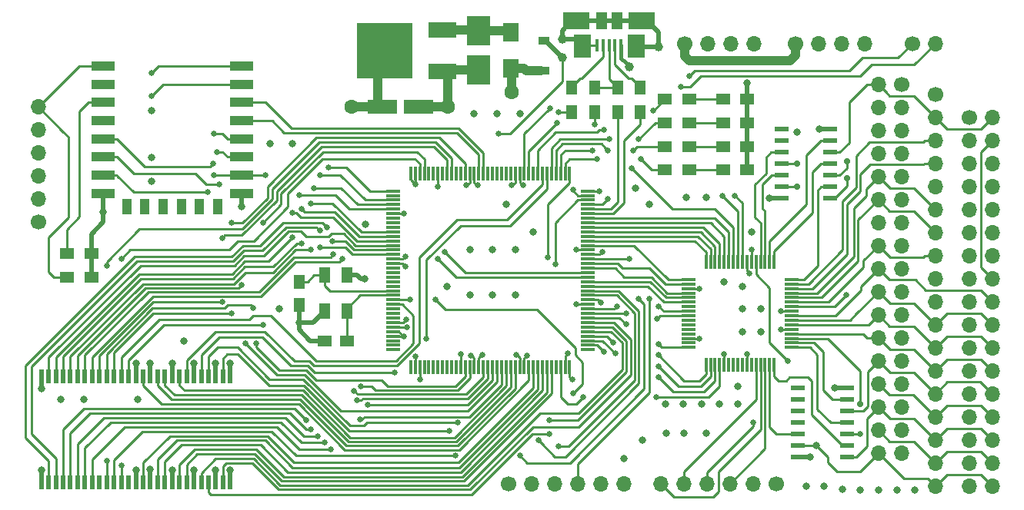
<source format=gbr>
%TF.GenerationSoftware,KiCad,Pcbnew,(5.0.0-rc2-dev-433-g81843c37a)*%
%TF.CreationDate,2018-08-17T12:44:53+02:00*%
%TF.ProjectId,phloppy_0,70686C6F7070795F302E6B696361645F,rev?*%
%TF.SameCoordinates,Original*%
%TF.FileFunction,Copper,L1,Top,Signal*%
%TF.FilePolarity,Positive*%
%FSLAX46Y46*%
G04 Gerber Fmt 4.6, Leading zero omitted, Abs format (unit mm)*
G04 Created by KiCad (PCBNEW (5.0.0-rc2-dev-433-g81843c37a)) date Fri Aug 17 12:44:53 2018*
%MOMM*%
%LPD*%
G01*
G04 APERTURE LIST*
%TA.AperFunction,ComponentPad*%
%ADD10O,1.700000X1.700000*%
%TD*%
%TA.AperFunction,ComponentPad*%
%ADD11C,1.700000*%
%TD*%
%TA.AperFunction,SMDPad,CuDef*%
%ADD12R,1.550000X0.300000*%
%TD*%
%TA.AperFunction,SMDPad,CuDef*%
%ADD13R,0.300000X1.550000*%
%TD*%
%TA.AperFunction,SMDPad,CuDef*%
%ADD14R,1.250000X1.500000*%
%TD*%
%TA.AperFunction,SMDPad,CuDef*%
%ADD15R,2.500000X3.200000*%
%TD*%
%TA.AperFunction,SMDPad,CuDef*%
%ADD16R,1.500000X1.250000*%
%TD*%
%TA.AperFunction,SMDPad,CuDef*%
%ADD17R,1.700000X2.000000*%
%TD*%
%TA.AperFunction,SMDPad,CuDef*%
%ADD18R,1.300000X1.500000*%
%TD*%
%TA.AperFunction,SMDPad,CuDef*%
%ADD19R,1.500000X1.300000*%
%TD*%
%TA.AperFunction,SMDPad,CuDef*%
%ADD20R,3.048000X1.651000*%
%TD*%
%TA.AperFunction,SMDPad,CuDef*%
%ADD21R,6.096000X6.096000*%
%TD*%
%TA.AperFunction,SMDPad,CuDef*%
%ADD22R,2.500000X1.000000*%
%TD*%
%TA.AperFunction,SMDPad,CuDef*%
%ADD23R,1.000000X1.800000*%
%TD*%
%TA.AperFunction,SMDPad,CuDef*%
%ADD24R,0.300000X1.500000*%
%TD*%
%TA.AperFunction,SMDPad,CuDef*%
%ADD25R,1.500000X0.300000*%
%TD*%
%TA.AperFunction,SMDPad,CuDef*%
%ADD26R,0.548000X1.520000*%
%TD*%
%TA.AperFunction,SMDPad,CuDef*%
%ADD27R,1.500000X0.600000*%
%TD*%
%TA.AperFunction,SMDPad,CuDef*%
%ADD28R,1.200000X1.800000*%
%TD*%
%TA.AperFunction,SMDPad,CuDef*%
%ADD29R,1.200000X0.900000*%
%TD*%
%TA.AperFunction,SMDPad,CuDef*%
%ADD30R,3.200000X1.500000*%
%TD*%
%TA.AperFunction,SMDPad,CuDef*%
%ADD31R,0.450000X1.380000*%
%TD*%
%TA.AperFunction,SMDPad,CuDef*%
%ADD32R,1.975000X2.600000*%
%TD*%
%TA.AperFunction,SMDPad,CuDef*%
%ADD33R,3.000000X1.900000*%
%TD*%
%TA.AperFunction,SMDPad,CuDef*%
%ADD34R,1.175000X1.900000*%
%TD*%
%TA.AperFunction,ViaPad*%
%ADD35C,0.800000*%
%TD*%
%TA.AperFunction,ViaPad*%
%ADD36C,0.650000*%
%TD*%
%TA.AperFunction,ViaPad*%
%ADD37C,1.600000*%
%TD*%
%TA.AperFunction,ViaPad*%
%ADD38C,1.000000*%
%TD*%
%TA.AperFunction,ViaPad*%
%ADD39C,0.700000*%
%TD*%
%TA.AperFunction,Conductor*%
%ADD40C,0.500000*%
%TD*%
%TA.AperFunction,Conductor*%
%ADD41C,0.254000*%
%TD*%
%TA.AperFunction,Conductor*%
%ADD42C,1.000000*%
%TD*%
%TA.AperFunction,Conductor*%
%ADD43C,0.600000*%
%TD*%
%TA.AperFunction,Conductor*%
%ADD44C,0.400000*%
%TD*%
G04 APERTURE END LIST*
D10*
%TO.P,P6,18*%
%TO.N,/rdy*%
X121250000Y-73040000D03*
%TO.P,P6,17*%
%TO.N,/side*%
X121250000Y-70500000D03*
%TO.P,P6,16*%
%TO.N,/dkrd*%
X121250000Y-67960000D03*
%TO.P,P6,15*%
%TO.N,/wprot*%
X121250000Y-65420000D03*
%TO.P,P6,14*%
%TO.N,/trk0*%
X121250000Y-62880000D03*
%TO.P,P6,13*%
%TO.N,/dkweb*%
X121250000Y-60340000D03*
%TO.P,P6,12*%
%TO.N,/dkwdb*%
X121250000Y-57800000D03*
%TO.P,P6,11*%
%TO.N,/step*%
X121250000Y-55260000D03*
%TO.P,P6,10*%
%TO.N,GND*%
X121250000Y-52720000D03*
%TO.P,P6,9*%
%TO.N,/debug4*%
X121250000Y-50180000D03*
%TO.P,P6,8*%
%TO.N,/mtr0*%
X121250000Y-47640000D03*
%TO.P,P6,7*%
%TO.N,/sel1*%
X121250000Y-45100000D03*
%TO.P,P6,6*%
%TO.N,/sel0*%
X121250000Y-42560000D03*
%TO.P,P6,5*%
%TO.N,/index*%
X121250000Y-40020000D03*
%TO.P,P6,4*%
%TO.N,/debug3*%
X121250000Y-37480000D03*
%TO.P,P6,3*%
%TO.N,/debug2*%
X121250000Y-34940000D03*
%TO.P,P6,2*%
%TO.N,/chng*%
X121250000Y-32400000D03*
D11*
%TO.P,P6,1*%
%TO.N,GND*%
X121250000Y-29860000D03*
%TD*%
D12*
%TO.P,U2,1*%
%TO.N,/esp_clk*%
X61550000Y-40500000D03*
%TO.P,U2,2*%
%TO.N,Net-(U2-Pad2)*%
X61550000Y-41000000D03*
%TO.P,U2,3*%
%TO.N,/esp_cs*%
X61550000Y-41500000D03*
%TO.P,U2,4*%
%TO.N,/esp_miso*%
X61550000Y-42000000D03*
%TO.P,U2,5*%
%TO.N,/esp_mosi*%
X61550000Y-42500000D03*
%TO.P,U2,6*%
%TO.N,+3V3*%
X61550000Y-43000000D03*
%TO.P,U2,7*%
%TO.N,Net-(U2-Pad7)*%
X61550000Y-43500000D03*
%TO.P,U2,8*%
%TO.N,Net-(U2-Pad8)*%
X61550000Y-44000000D03*
%TO.P,U2,9*%
%TO.N,Net-(U2-Pad9)*%
X61550000Y-44500000D03*
%TO.P,U2,10*%
%TO.N,/sdram_a0*%
X61550000Y-45000000D03*
%TO.P,U2,11*%
%TO.N,/sdram_a1*%
X61550000Y-45500000D03*
%TO.P,U2,12*%
%TO.N,/sdram_a2*%
X61550000Y-46000000D03*
%TO.P,U2,13*%
%TO.N,/sdram_a3*%
X61550000Y-46500000D03*
%TO.P,U2,14*%
%TO.N,/sdram_a4*%
X61550000Y-47000000D03*
%TO.P,U2,15*%
%TO.N,/sdram_a5*%
X61550000Y-47500000D03*
%TO.P,U2,16*%
%TO.N,GND*%
X61550000Y-48000000D03*
%TO.P,U2,17*%
%TO.N,+3V3*%
X61550000Y-48500000D03*
%TO.P,U2,18*%
%TO.N,Net-(U2-Pad18)*%
X61550000Y-49000000D03*
%TO.P,U2,19*%
%TO.N,Net-(U2-Pad19)*%
X61550000Y-49500000D03*
%TO.P,U2,20*%
%TO.N,Net-(U2-Pad20)*%
X61550000Y-50000000D03*
%TO.P,U2,21*%
%TO.N,Net-(U2-Pad21)*%
X61550000Y-50500000D03*
%TO.P,U2,22*%
%TO.N,Net-(U2-Pad22)*%
X61550000Y-51000000D03*
%TO.P,U2,23*%
%TO.N,Net-(C1-Pad1)*%
X61550000Y-51500000D03*
%TO.P,U2,24*%
%TO.N,Net-(C7-Pad1)*%
X61550000Y-52000000D03*
%TO.P,U2,25*%
%TO.N,/nrst*%
X61550000Y-52500000D03*
%TO.P,U2,26*%
%TO.N,/sdram_nwe*%
X61550000Y-53000000D03*
%TO.P,U2,27*%
%TO.N,Net-(U2-Pad27)*%
X61550000Y-53500000D03*
%TO.P,U2,28*%
%TO.N,Net-(U2-Pad28)*%
X61550000Y-54000000D03*
%TO.P,U2,29*%
%TO.N,Net-(U2-Pad29)*%
X61550000Y-54500000D03*
%TO.P,U2,30*%
%TO.N,+3V3*%
X61550000Y-55000000D03*
%TO.P,U2,31*%
%TO.N,GND*%
X61550000Y-55500000D03*
%TO.P,U2,32*%
%TO.N,+3V3*%
X61550000Y-56000000D03*
%TO.P,U2,33*%
X61550000Y-56500000D03*
%TO.P,U2,34*%
%TO.N,Net-(U2-Pad34)*%
X61550000Y-57000000D03*
%TO.P,U2,35*%
%TO.N,Net-(U2-Pad35)*%
X61550000Y-57500000D03*
%TO.P,U2,36*%
%TO.N,Net-(U2-Pad36)*%
X61550000Y-58000000D03*
D13*
%TO.P,U2,37*%
%TO.N,Net-(U2-Pad37)*%
X63500000Y-59950000D03*
%TO.P,U2,38*%
%TO.N,GND*%
X64000000Y-59950000D03*
%TO.P,U2,39*%
%TO.N,+3V3*%
X64500000Y-59950000D03*
%TO.P,U2,40*%
%TO.N,Net-(U2-Pad40)*%
X65000000Y-59950000D03*
%TO.P,U2,41*%
%TO.N,Net-(U2-Pad41)*%
X65500000Y-59950000D03*
%TO.P,U2,42*%
%TO.N,Net-(U2-Pad42)*%
X66000000Y-59950000D03*
%TO.P,U2,43*%
%TO.N,Net-(U2-Pad43)*%
X66500000Y-59950000D03*
%TO.P,U2,44*%
%TO.N,Net-(U2-Pad44)*%
X67000000Y-59950000D03*
%TO.P,U2,45*%
%TO.N,Net-(U2-Pad45)*%
X67500000Y-59950000D03*
%TO.P,U2,46*%
%TO.N,Net-(U2-Pad46)*%
X68000000Y-59950000D03*
%TO.P,U2,47*%
%TO.N,Net-(U2-Pad47)*%
X68500000Y-59950000D03*
%TO.P,U2,48*%
%TO.N,/boot1*%
X69000000Y-59950000D03*
%TO.P,U2,49*%
%TO.N,/sdram_nras*%
X69500000Y-59950000D03*
%TO.P,U2,50*%
%TO.N,/sdram_a6*%
X70000000Y-59950000D03*
%TO.P,U2,51*%
%TO.N,GND*%
X70500000Y-59950000D03*
%TO.P,U2,52*%
%TO.N,+3V3*%
X71000000Y-59950000D03*
%TO.P,U2,53*%
%TO.N,/sdram_a7*%
X71500000Y-59950000D03*
%TO.P,U2,54*%
%TO.N,/sdram_a8*%
X72000000Y-59950000D03*
%TO.P,U2,55*%
%TO.N,/sdram_a9*%
X72500000Y-59950000D03*
%TO.P,U2,56*%
%TO.N,/sdram_a10*%
X73000000Y-59950000D03*
%TO.P,U2,57*%
%TO.N,/sdram_a11*%
X73500000Y-59950000D03*
%TO.P,U2,58*%
%TO.N,/sdram_dq4*%
X74000000Y-59950000D03*
%TO.P,U2,59*%
%TO.N,/sdram_dq5*%
X74500000Y-59950000D03*
%TO.P,U2,60*%
%TO.N,/sdram_dq6*%
X75000000Y-59950000D03*
%TO.P,U2,61*%
%TO.N,GND*%
X75500000Y-59950000D03*
%TO.P,U2,62*%
%TO.N,+3V3*%
X76000000Y-59950000D03*
%TO.P,U2,63*%
%TO.N,/sdram_dq7*%
X76500000Y-59950000D03*
%TO.P,U2,64*%
%TO.N,/sdram_dq8*%
X77000000Y-59950000D03*
%TO.P,U2,65*%
%TO.N,/sdram_dq9*%
X77500000Y-59950000D03*
%TO.P,U2,66*%
%TO.N,/sdram_dq10*%
X78000000Y-59950000D03*
%TO.P,U2,67*%
%TO.N,/sdram_dq11*%
X78500000Y-59950000D03*
%TO.P,U2,68*%
%TO.N,/sdram_dq12*%
X79000000Y-59950000D03*
%TO.P,U2,69*%
%TO.N,Net-(U2-Pad69)*%
X79500000Y-59950000D03*
%TO.P,U2,70*%
%TO.N,/flop3_trk0*%
X80000000Y-59950000D03*
%TO.P,U2,71*%
%TO.N,Net-(C14-Pad1)*%
X80500000Y-59950000D03*
%TO.P,U2,72*%
%TO.N,+3V3*%
X81000000Y-59950000D03*
D12*
%TO.P,U2,73*%
%TO.N,Net-(U2-Pad73)*%
X82950000Y-58000000D03*
%TO.P,U2,74*%
%TO.N,/wprot_uc*%
X82950000Y-57500000D03*
%TO.P,U2,75*%
%TO.N,/dir_uc*%
X82950000Y-57000000D03*
%TO.P,U2,76*%
%TO.N,/xclk*%
X82950000Y-56500000D03*
%TO.P,U2,77*%
%TO.N,/sdram_dq13*%
X82950000Y-56000000D03*
%TO.P,U2,78*%
%TO.N,/sdram_dq14*%
X82950000Y-55500000D03*
%TO.P,U2,79*%
%TO.N,/sdram_dq15*%
X82950000Y-55000000D03*
%TO.P,U2,80*%
%TO.N,/side_uc*%
X82950000Y-54500000D03*
%TO.P,U2,81*%
%TO.N,/dkrd_uc*%
X82950000Y-54000000D03*
%TO.P,U2,82*%
%TO.N,/dkweb_uc*%
X82950000Y-53500000D03*
%TO.P,U2,83*%
%TO.N,GND*%
X82950000Y-53000000D03*
%TO.P,U2,84*%
%TO.N,+3V3*%
X82950000Y-52500000D03*
%TO.P,U2,85*%
%TO.N,/sdram_dq0*%
X82950000Y-52000000D03*
%TO.P,U2,86*%
%TO.N,/sdram_dq1*%
X82950000Y-51500000D03*
%TO.P,U2,87*%
%TO.N,/index_uc*%
X82950000Y-51000000D03*
%TO.P,U2,88*%
%TO.N,/sel0_uc*%
X82950000Y-50500000D03*
%TO.P,U2,89*%
%TO.N,/sdram_ba0*%
X82950000Y-50000000D03*
%TO.P,U2,90*%
%TO.N,/sdram_ba1*%
X82950000Y-49500000D03*
%TO.P,U2,91*%
%TO.N,/sel1_uc*%
X82950000Y-49000000D03*
%TO.P,U2,92*%
%TO.N,/step_uc*%
X82950000Y-48500000D03*
%TO.P,U2,93*%
%TO.N,/sdram_clk*%
X82950000Y-48000000D03*
%TO.P,U2,94*%
%TO.N,GND*%
X82950000Y-47500000D03*
%TO.P,U2,95*%
%TO.N,+3V3*%
X82950000Y-47000000D03*
%TO.P,U2,96*%
%TO.N,/dkwdb_uc*%
X82950000Y-46500000D03*
%TO.P,U2,97*%
%TO.N,/ena0*%
X82950000Y-46000000D03*
%TO.P,U2,98*%
%TO.N,/ena1*%
X82950000Y-45500000D03*
%TO.P,U2,99*%
%TO.N,/flop0_trk0*%
X82950000Y-45000000D03*
%TO.P,U2,100*%
%TO.N,/flop1_trk0*%
X82950000Y-44500000D03*
%TO.P,U2,101*%
%TO.N,/ena3*%
X82950000Y-44000000D03*
%TO.P,U2,102*%
%TO.N,/ena2*%
X82950000Y-43500000D03*
%TO.P,U2,103*%
%TO.N,/usb_dm*%
X82950000Y-43000000D03*
%TO.P,U2,104*%
%TO.N,/usb_dp*%
X82950000Y-42500000D03*
%TO.P,U2,105*%
%TO.N,/swdio*%
X82950000Y-42000000D03*
%TO.P,U2,106*%
%TO.N,Net-(C14-Pad1)*%
X82950000Y-41500000D03*
%TO.P,U2,107*%
%TO.N,GND*%
X82950000Y-41000000D03*
%TO.P,U2,108*%
%TO.N,+3V3*%
X82950000Y-40500000D03*
D13*
%TO.P,U2,109*%
%TO.N,/swclk*%
X81000000Y-38550000D03*
%TO.P,U2,110*%
%TO.N,/flop2_trk0*%
X80500000Y-38550000D03*
%TO.P,U2,111*%
%TO.N,/led4*%
X80000000Y-38550000D03*
%TO.P,U2,112*%
%TO.N,/led3*%
X79500000Y-38550000D03*
%TO.P,U2,113*%
%TO.N,/led2*%
X79000000Y-38550000D03*
%TO.P,U2,114*%
%TO.N,/sdram_dq2*%
X78500000Y-38550000D03*
%TO.P,U2,115*%
%TO.N,/sdram_dq3*%
X78000000Y-38550000D03*
%TO.P,U2,116*%
%TO.N,/led1*%
X77500000Y-38550000D03*
%TO.P,U2,117*%
%TO.N,Net-(U2-Pad117)*%
X77000000Y-38550000D03*
%TO.P,U2,118*%
%TO.N,/sel2*%
X76500000Y-38550000D03*
%TO.P,U2,119*%
%TO.N,/sel3*%
X76000000Y-38550000D03*
%TO.P,U2,120*%
%TO.N,GND*%
X75500000Y-38550000D03*
%TO.P,U2,121*%
%TO.N,+3V3*%
X75000000Y-38550000D03*
%TO.P,U2,122*%
%TO.N,Net-(U2-Pad122)*%
X74500000Y-38550000D03*
%TO.P,U2,123*%
%TO.N,Net-(U2-Pad123)*%
X74000000Y-38550000D03*
%TO.P,U2,124*%
%TO.N,Net-(U2-Pad124)*%
X73500000Y-38550000D03*
%TO.P,U2,125*%
%TO.N,Net-(U2-Pad125)*%
X73000000Y-38550000D03*
%TO.P,U2,126*%
%TO.N,Net-(U2-Pad126)*%
X72500000Y-38550000D03*
%TO.P,U2,127*%
%TO.N,Net-(U2-Pad127)*%
X72000000Y-38550000D03*
%TO.P,U2,128*%
%TO.N,/sreq*%
X71500000Y-38550000D03*
%TO.P,U2,129*%
%TO.N,/mreq*%
X71000000Y-38550000D03*
%TO.P,U2,130*%
%TO.N,GND*%
X70500000Y-38550000D03*
%TO.P,U2,131*%
%TO.N,+3V3*%
X70000000Y-38550000D03*
%TO.P,U2,132*%
%TO.N,/sdram_ncas*%
X69500000Y-38550000D03*
%TO.P,U2,133*%
%TO.N,Net-(U2-Pad133)*%
X69000000Y-38550000D03*
%TO.P,U2,134*%
%TO.N,Net-(U2-Pad134)*%
X68500000Y-38550000D03*
%TO.P,U2,135*%
%TO.N,/sdram_cke*%
X68000000Y-38550000D03*
%TO.P,U2,136*%
%TO.N,/sdram_ncs*%
X67500000Y-38550000D03*
%TO.P,U2,137*%
%TO.N,Net-(U2-Pad137)*%
X67000000Y-38550000D03*
%TO.P,U2,138*%
%TO.N,/boot0*%
X66500000Y-38550000D03*
%TO.P,U2,139*%
%TO.N,Net-(U2-Pad139)*%
X66000000Y-38550000D03*
%TO.P,U2,140*%
%TO.N,Net-(U2-Pad140)*%
X65500000Y-38550000D03*
%TO.P,U2,141*%
%TO.N,/sdram_dqml*%
X65000000Y-38550000D03*
%TO.P,U2,142*%
%TO.N,/sdram_dqmh*%
X64500000Y-38550000D03*
%TO.P,U2,143*%
%TO.N,+3V3*%
X64000000Y-38550000D03*
%TO.P,U2,144*%
X63500000Y-38550000D03*
%TD*%
D10*
%TO.P,P8,34*%
%TO.N,/rdy*%
X114960000Y-69390000D03*
%TO.P,P8,33*%
%TO.N,GND*%
X117500000Y-69390000D03*
%TO.P,P8,32*%
%TO.N,/side*%
X114960000Y-66850000D03*
%TO.P,P8,31*%
%TO.N,GND*%
X117500000Y-66850000D03*
%TO.P,P8,30*%
%TO.N,/dkrd*%
X114960000Y-64310000D03*
%TO.P,P8,29*%
%TO.N,GND*%
X117500000Y-64310000D03*
%TO.P,P8,28*%
%TO.N,/wprot*%
X114960000Y-61770000D03*
%TO.P,P8,27*%
%TO.N,GND*%
X117500000Y-61770000D03*
%TO.P,P8,26*%
%TO.N,/trk0*%
X114960000Y-59230000D03*
%TO.P,P8,25*%
%TO.N,GND*%
X117500000Y-59230000D03*
%TO.P,P8,24*%
%TO.N,/dkweb*%
X114960000Y-56690000D03*
%TO.P,P8,23*%
%TO.N,GND*%
X117500000Y-56690000D03*
%TO.P,P8,22*%
%TO.N,/dkwdb*%
X114960000Y-54150000D03*
%TO.P,P8,21*%
%TO.N,GND*%
X117500000Y-54150000D03*
%TO.P,P8,20*%
%TO.N,/step*%
X114960000Y-51610000D03*
%TO.P,P8,19*%
%TO.N,GND*%
X117500000Y-51610000D03*
%TO.P,P8,18*%
%TO.N,/dir*%
X114960000Y-49070000D03*
%TO.P,P8,17*%
%TO.N,GND*%
X117500000Y-49070000D03*
%TO.P,P8,16*%
%TO.N,/mtr0*%
X114960000Y-46530000D03*
%TO.P,P8,15*%
%TO.N,GND*%
X117500000Y-46530000D03*
%TO.P,P8,14*%
%TO.N,Net-(P8-Pad14)*%
X114960000Y-43990000D03*
%TO.P,P8,13*%
%TO.N,GND*%
X117500000Y-43990000D03*
%TO.P,P8,12*%
%TO.N,/sel1*%
X114960000Y-41450000D03*
%TO.P,P8,11*%
%TO.N,GND*%
X117500000Y-41450000D03*
%TO.P,P8,10*%
%TO.N,/sel0*%
X114960000Y-38910000D03*
%TO.P,P8,9*%
%TO.N,GND*%
X117500000Y-38910000D03*
%TO.P,P8,8*%
%TO.N,/index*%
X114960000Y-36370000D03*
%TO.P,P8,7*%
%TO.N,GND*%
X117500000Y-36370000D03*
%TO.P,P8,6*%
%TO.N,Net-(P8-Pad6)*%
X114960000Y-33830000D03*
%TO.P,P8,5*%
%TO.N,GND*%
X117500000Y-33830000D03*
%TO.P,P8,4*%
%TO.N,Net-(P8-Pad4)*%
X114960000Y-31290000D03*
%TO.P,P8,3*%
%TO.N,GND*%
X117500000Y-31290000D03*
%TO.P,P8,2*%
%TO.N,/chng*%
X114960000Y-28750000D03*
D11*
%TO.P,P8,1*%
%TO.N,GND*%
X117500000Y-28750000D03*
%TD*%
D14*
%TO.P,C1,1*%
%TO.N,Net-(C1-Pad1)*%
X51200000Y-50550000D03*
%TO.P,C1,2*%
%TO.N,GND*%
X51200000Y-53050000D03*
%TD*%
D15*
%TO.P,C6,1*%
%TO.N,/in_3v3*%
X71000000Y-22850000D03*
%TO.P,C6,2*%
%TO.N,GND*%
X71000000Y-27150000D03*
%TD*%
D16*
%TO.P,C7,1*%
%TO.N,Net-(C7-Pad1)*%
X56500000Y-57000000D03*
%TO.P,C7,2*%
%TO.N,GND*%
X54000000Y-57000000D03*
%TD*%
D17*
%TO.P,R1,1*%
%TO.N,/in_3v3*%
X74500000Y-23000000D03*
%TO.P,R1,2*%
%TO.N,+5V*%
X74500000Y-27000000D03*
%TD*%
D18*
%TO.P,R5,1*%
%TO.N,GND*%
X81250000Y-31800000D03*
%TO.P,R5,2*%
%TO.N,Net-(J1-Pad4)*%
X81250000Y-29100000D03*
%TD*%
%TO.P,R6,1*%
%TO.N,Net-(J1-Pad3)*%
X83750000Y-29100000D03*
%TO.P,R6,2*%
%TO.N,+3V3*%
X83750000Y-31800000D03*
%TD*%
%TO.P,R7,1*%
%TO.N,Net-(J1-Pad3)*%
X86250000Y-29100000D03*
%TO.P,R7,2*%
%TO.N,/usb_dp*%
X86250000Y-31800000D03*
%TD*%
%TO.P,R8,1*%
%TO.N,Net-(J1-Pad2)*%
X88750000Y-29100000D03*
%TO.P,R8,2*%
%TO.N,/usb_dm*%
X88750000Y-31800000D03*
%TD*%
D19*
%TO.P,R9,1*%
%TO.N,+3V3*%
X28350000Y-50000000D03*
%TO.P,R9,2*%
%TO.N,/esp_rst*%
X25650000Y-50000000D03*
%TD*%
%TO.P,R10,1*%
%TO.N,+3V3*%
X28350000Y-47400000D03*
%TO.P,R10,2*%
%TO.N,Net-(R10-Pad2)*%
X25650000Y-47400000D03*
%TD*%
D20*
%TO.P,U1,1*%
%TO.N,GND*%
X67000000Y-27286000D03*
D21*
%TO.P,U1,2*%
%TO.N,+3V3*%
X60650000Y-25000000D03*
D20*
%TO.P,U1,3*%
%TO.N,/in_3v3*%
X67000000Y-22714000D03*
%TD*%
D22*
%TO.P,U3,1*%
%TO.N,/esp_rst*%
X29650000Y-26750000D03*
%TO.P,U3,2*%
%TO.N,Net-(U3-Pad2)*%
X29650000Y-28750000D03*
%TO.P,U3,3*%
%TO.N,Net-(R10-Pad2)*%
X29650000Y-30750000D03*
%TO.P,U3,4*%
%TO.N,Net-(U3-Pad4)*%
X29650000Y-32750000D03*
%TO.P,U3,5*%
%TO.N,/esp_clk*%
X29650000Y-34750000D03*
%TO.P,U3,6*%
%TO.N,/esp_miso*%
X29650000Y-36750000D03*
%TO.P,U3,7*%
%TO.N,/esp_mosi*%
X29650000Y-38750000D03*
%TO.P,U3,8*%
%TO.N,+3V3*%
X29650000Y-40750000D03*
D23*
%TO.P,U3,9*%
%TO.N,Net-(U3-Pad9)*%
X32250000Y-42250000D03*
%TO.P,U3,10*%
%TO.N,Net-(U3-Pad10)*%
X34250000Y-42250000D03*
%TO.P,U3,11*%
%TO.N,Net-(U3-Pad11)*%
X36250000Y-42250000D03*
%TO.P,U3,12*%
%TO.N,Net-(U3-Pad12)*%
X38250000Y-42250000D03*
%TO.P,U3,13*%
%TO.N,Net-(U3-Pad13)*%
X40250000Y-42250000D03*
%TO.P,U3,14*%
%TO.N,Net-(U3-Pad14)*%
X42250000Y-42250000D03*
D22*
%TO.P,U3,15*%
%TO.N,GND*%
X44850000Y-40750000D03*
%TO.P,U3,16*%
%TO.N,/esp_cs*%
X44850000Y-38750000D03*
%TO.P,U3,17*%
%TO.N,Net-(R23-Pad1)*%
X44850000Y-36750000D03*
%TO.P,U3,18*%
%TO.N,Net-(R11-Pad1)*%
X44850000Y-34750000D03*
%TO.P,U3,19*%
%TO.N,/mreq*%
X44850000Y-32750000D03*
%TO.P,U3,20*%
%TO.N,/sreq*%
X44850000Y-30750000D03*
%TO.P,U3,21*%
%TO.N,/esp_rxd*%
X44850000Y-28750000D03*
%TO.P,U3,22*%
%TO.N,/esp_txd*%
X44850000Y-26750000D03*
%TD*%
D24*
%TO.P,U5,64*%
%TO.N,/ena0*%
X96000000Y-48300000D03*
%TO.P,U5,63*%
%TO.N,/ena1*%
X96500000Y-48300000D03*
%TO.P,U5,62*%
%TO.N,/flop0_trk0*%
X97000000Y-48300000D03*
%TO.P,U5,61*%
%TO.N,/flop1_trk0*%
X97500000Y-48300000D03*
%TO.P,U5,60*%
%TO.N,/ena3*%
X98000000Y-48300000D03*
%TO.P,U5,59*%
%TO.N,/ena2*%
X98500000Y-48300000D03*
%TO.P,U5,58*%
%TO.N,/flop2_trk0*%
X99000000Y-48300000D03*
%TO.P,U5,57*%
%TO.N,/sel2*%
X99500000Y-48300000D03*
%TO.P,U5,56*%
%TO.N,/sel3*%
X100000000Y-48300000D03*
%TO.P,U5,55*%
%TO.N,+3V3*%
X100500000Y-48300000D03*
%TO.P,U5,54*%
%TO.N,GND*%
X101000000Y-48300000D03*
%TO.P,U5,53*%
%TO.N,/tdo*%
X101500000Y-48300000D03*
%TO.P,U5,52*%
%TO.N,/fdd_sel0_emu*%
X102000000Y-48300000D03*
%TO.P,U5,51*%
%TO.N,/fdd_sel1_emu*%
X102500000Y-48300000D03*
%TO.P,U5,50*%
%TO.N,/chng_emu*%
X103000000Y-48300000D03*
%TO.P,U5,49*%
%TO.N,/fdd_mtr0_emu*%
X103500000Y-48300000D03*
D25*
%TO.P,U5,48*%
%TO.N,/index_emu*%
X105450000Y-50250000D03*
%TO.P,U5,47*%
%TO.N,/debug2*%
X105450000Y-50750000D03*
%TO.P,U5,46*%
%TO.N,/debug3*%
X105450000Y-51250000D03*
%TO.P,U5,45*%
%TO.N,/sel0*%
X105450000Y-51750000D03*
%TO.P,U5,44*%
%TO.N,/sel1*%
X105450000Y-52250000D03*
%TO.P,U5,43*%
%TO.N,/mtr0*%
X105450000Y-52750000D03*
%TO.P,U5,42*%
%TO.N,/debug4*%
X105450000Y-53250000D03*
%TO.P,U5,41*%
%TO.N,GND*%
X105450000Y-53750000D03*
%TO.P,U5,40*%
%TO.N,/dir*%
X105450000Y-54250000D03*
%TO.P,U5,39*%
%TO.N,/step*%
X105450000Y-54750000D03*
%TO.P,U5,38*%
%TO.N,/dkwdb*%
X105450000Y-55250000D03*
%TO.P,U5,37*%
%TO.N,+3V3*%
X105450000Y-55750000D03*
%TO.P,U5,36*%
%TO.N,/dkweb*%
X105450000Y-56250000D03*
%TO.P,U5,35*%
%TO.N,/side*%
X105450000Y-56750000D03*
%TO.P,U5,34*%
%TO.N,/trk0_emu*%
X105450000Y-57250000D03*
%TO.P,U5,33*%
%TO.N,/wprot_emu*%
X105450000Y-57750000D03*
D24*
%TO.P,U5,32*%
%TO.N,/dkrd_emu*%
X103500000Y-59700000D03*
%TO.P,U5,31*%
%TO.N,/rdy_emu*%
X103000000Y-59700000D03*
%TO.P,U5,30*%
%TO.N,/tck*%
X102500000Y-59700000D03*
%TO.P,U5,29*%
%TO.N,/tms*%
X102000000Y-59700000D03*
%TO.P,U5,28*%
%TO.N,/tdi*%
X101500000Y-59700000D03*
%TO.P,U5,27*%
%TO.N,Net-(U5-Pad27)*%
X101000000Y-59700000D03*
%TO.P,U5,26*%
%TO.N,+3V3*%
X100500000Y-59700000D03*
%TO.P,U5,25*%
%TO.N,Net-(U5-Pad25)*%
X100000000Y-59700000D03*
%TO.P,U5,24*%
%TO.N,Net-(U5-Pad24)*%
X99500000Y-59700000D03*
%TO.P,U5,23*%
%TO.N,Net-(U5-Pad23)*%
X99000000Y-59700000D03*
%TO.P,U5,22*%
%TO.N,Net-(U5-Pad22)*%
X98500000Y-59700000D03*
%TO.P,U5,21*%
%TO.N,GND*%
X98000000Y-59700000D03*
%TO.P,U5,20*%
%TO.N,/flop3_trk0*%
X97500000Y-59700000D03*
%TO.P,U5,19*%
%TO.N,/wprot_uc*%
X97000000Y-59700000D03*
%TO.P,U5,18*%
%TO.N,/dir_uc*%
X96500000Y-59700000D03*
%TO.P,U5,17*%
%TO.N,/xclk*%
X96000000Y-59700000D03*
D25*
%TO.P,U5,16*%
%TO.N,/side_uc*%
X94050000Y-57750000D03*
%TO.P,U5,15*%
%TO.N,Net-(U5-Pad15)*%
X94050000Y-57250000D03*
%TO.P,U5,14*%
%TO.N,GND*%
X94050000Y-56750000D03*
%TO.P,U5,13*%
%TO.N,Net-(U5-Pad13)*%
X94050000Y-56250000D03*
%TO.P,U5,12*%
%TO.N,Net-(U5-Pad12)*%
X94050000Y-55750000D03*
%TO.P,U5,11*%
%TO.N,Net-(U5-Pad11)*%
X94050000Y-55250000D03*
%TO.P,U5,10*%
%TO.N,Net-(U5-Pad10)*%
X94050000Y-54750000D03*
%TO.P,U5,9*%
%TO.N,/dkrd_uc*%
X94050000Y-54250000D03*
%TO.P,U5,8*%
%TO.N,/dkweb_uc*%
X94050000Y-53750000D03*
%TO.P,U5,7*%
%TO.N,Net-(U5-Pad7)*%
X94050000Y-53250000D03*
%TO.P,U5,6*%
%TO.N,/index_uc*%
X94050000Y-52750000D03*
%TO.P,U5,5*%
%TO.N,/sel0_uc*%
X94050000Y-52250000D03*
%TO.P,U5,4*%
%TO.N,/sel1_uc*%
X94050000Y-51750000D03*
%TO.P,U5,3*%
%TO.N,+3V3*%
X94050000Y-51250000D03*
%TO.P,U5,2*%
%TO.N,/step_uc*%
X94050000Y-50750000D03*
%TO.P,U5,1*%
%TO.N,/dkwdb_uc*%
X94050000Y-50250000D03*
%TD*%
D26*
%TO.P,U4,1*%
%TO.N,+3V3*%
X43650000Y-60910000D03*
%TO.P,U4,2*%
%TO.N,/sdram_dq0*%
X42850000Y-60910000D03*
%TO.P,U4,3*%
%TO.N,+3V3*%
X42050000Y-60910000D03*
%TO.P,U4,4*%
%TO.N,/sdram_dq1*%
X41250000Y-60910000D03*
%TO.P,U4,5*%
%TO.N,/sdram_dq2*%
X40450000Y-60910000D03*
%TO.P,U4,6*%
%TO.N,GND*%
X39650000Y-60910000D03*
%TO.P,U4,7*%
%TO.N,/sdram_dq3*%
X38850000Y-60910000D03*
%TO.P,U4,8*%
%TO.N,/sdram_dq4*%
X38050000Y-60910000D03*
%TO.P,U4,9*%
%TO.N,+3V3*%
X37250000Y-60910000D03*
%TO.P,U4,10*%
%TO.N,/sdram_dq5*%
X36450000Y-60910000D03*
%TO.P,U4,11*%
%TO.N,/sdram_dq6*%
X35650000Y-60910000D03*
%TO.P,U4,12*%
%TO.N,GND*%
X34850000Y-60910000D03*
%TO.P,U4,13*%
%TO.N,/sdram_dq7*%
X34050000Y-60910000D03*
%TO.P,U4,14*%
%TO.N,+3V3*%
X33250000Y-60910000D03*
%TO.P,U4,15*%
%TO.N,/sdram_dqml*%
X32450000Y-60910000D03*
%TO.P,U4,16*%
%TO.N,/sdram_nwe*%
X31650000Y-60910000D03*
%TO.P,U4,17*%
%TO.N,/sdram_ncas*%
X30850000Y-60910000D03*
%TO.P,U4,18*%
%TO.N,/sdram_nras*%
X30050000Y-60910000D03*
%TO.P,U4,19*%
%TO.N,/sdram_ncs*%
X29250000Y-60910000D03*
%TO.P,U4,20*%
%TO.N,/sdram_ba0*%
X28450000Y-60910000D03*
%TO.P,U4,21*%
%TO.N,/sdram_ba1*%
X27650000Y-60910000D03*
%TO.P,U4,22*%
%TO.N,/sdram_a10*%
X26850000Y-60910000D03*
%TO.P,U4,23*%
%TO.N,/sdram_a0*%
X26050000Y-60910000D03*
%TO.P,U4,24*%
%TO.N,/sdram_a1*%
X25250000Y-60910000D03*
%TO.P,U4,25*%
%TO.N,/sdram_a2*%
X24450000Y-60910000D03*
%TO.P,U4,26*%
%TO.N,/sdram_a3*%
X23650000Y-60910000D03*
%TO.P,U4,27*%
%TO.N,+3V3*%
X22850000Y-60910000D03*
%TO.P,U4,28*%
%TO.N,GND*%
X22850000Y-72590000D03*
%TO.P,U4,29*%
%TO.N,/sdram_a4*%
X23650000Y-72590000D03*
%TO.P,U4,30*%
%TO.N,/sdram_a5*%
X24450000Y-72590000D03*
%TO.P,U4,31*%
%TO.N,/sdram_a6*%
X25250000Y-72590000D03*
%TO.P,U4,32*%
%TO.N,/sdram_a7*%
X26050000Y-72590000D03*
%TO.P,U4,33*%
%TO.N,/sdram_a8*%
X26850000Y-72590000D03*
%TO.P,U4,34*%
%TO.N,/sdram_a9*%
X27650000Y-72590000D03*
%TO.P,U4,35*%
%TO.N,/sdram_a11*%
X28450000Y-72590000D03*
%TO.P,U4,36*%
%TO.N,N/C*%
X29250000Y-72590000D03*
%TO.P,U4,37*%
%TO.N,/sdram_cke*%
X30050000Y-72590000D03*
%TO.P,U4,38*%
%TO.N,/sdram_clk*%
X30850000Y-72590000D03*
%TO.P,U4,39*%
%TO.N,/sdram_dqmh*%
X31650000Y-72590000D03*
%TO.P,U4,40*%
%TO.N,N/C*%
X32450000Y-72590000D03*
%TO.P,U4,41*%
%TO.N,GND*%
X33250000Y-72590000D03*
%TO.P,U4,42*%
%TO.N,/sdram_dq8*%
X34050000Y-72590000D03*
%TO.P,U4,43*%
%TO.N,+3V3*%
X34850000Y-72590000D03*
%TO.P,U4,44*%
%TO.N,/sdram_dq9*%
X35650000Y-72590000D03*
%TO.P,U4,45*%
%TO.N,/sdram_dq10*%
X36450000Y-72590000D03*
%TO.P,U4,46*%
%TO.N,GND*%
X37250000Y-72590000D03*
%TO.P,U4,47*%
%TO.N,/sdram_dq11*%
X38050000Y-72590000D03*
%TO.P,U4,48*%
%TO.N,/sdram_dq12*%
X38850000Y-72590000D03*
%TO.P,U4,49*%
%TO.N,+3V3*%
X39650000Y-72590000D03*
%TO.P,U4,50*%
%TO.N,/sdram_dq13*%
X40450000Y-72590000D03*
%TO.P,U4,51*%
%TO.N,/sdram_dq14*%
X41250000Y-72590000D03*
%TO.P,U4,52*%
%TO.N,GND*%
X42050000Y-72590000D03*
%TO.P,U4,53*%
%TO.N,/sdram_dq15*%
X42850000Y-72590000D03*
%TO.P,U4,54*%
%TO.N,GND*%
X43650000Y-72590000D03*
%TD*%
D27*
%TO.P,U6,14*%
%TO.N,+3V3*%
X109700000Y-33690000D03*
%TO.P,U6,13*%
%TO.N,/chng_emu*%
X109700000Y-34960000D03*
%TO.P,U6,12*%
%TO.N,/chng*%
X109700000Y-36230000D03*
%TO.P,U6,11*%
%TO.N,/fdd_mtr0_emu*%
X109700000Y-37500000D03*
%TO.P,U6,10*%
%TO.N,/fdd_mtr0*%
X109700000Y-38770000D03*
%TO.P,U6,9*%
%TO.N,/index_emu*%
X109700000Y-40040000D03*
%TO.P,U6,8*%
%TO.N,/index*%
X109700000Y-41310000D03*
%TO.P,U6,7*%
%TO.N,GND*%
X104300000Y-41310000D03*
%TO.P,U6,6*%
%TO.N,/fdd_sel1*%
X104300000Y-40040000D03*
%TO.P,U6,5*%
%TO.N,/fdd_sel1_emu*%
X104300000Y-38770000D03*
%TO.P,U6,4*%
%TO.N,/fdd_sel0*%
X104300000Y-37500000D03*
%TO.P,U6,3*%
%TO.N,/fdd_sel0_emu*%
X104300000Y-36230000D03*
%TO.P,U6,2*%
%TO.N,Net-(U6-Pad2)*%
X104300000Y-34960000D03*
%TO.P,U6,1*%
%TO.N,Net-(U6-Pad1)*%
X104300000Y-33690000D03*
%TD*%
D19*
%TO.P,LED1,1*%
%TO.N,Net-(LED1-Pad1)*%
X97850000Y-30400000D03*
%TO.P,LED1,2*%
%TO.N,+3V3*%
X100550000Y-30400000D03*
%TD*%
%TO.P,LED2,1*%
%TO.N,Net-(LED2-Pad1)*%
X97850000Y-33000000D03*
%TO.P,LED2,2*%
%TO.N,+3V3*%
X100550000Y-33000000D03*
%TD*%
%TO.P,LED3,1*%
%TO.N,Net-(LED3-Pad1)*%
X97850000Y-35600000D03*
%TO.P,LED3,2*%
%TO.N,+3V3*%
X100550000Y-35600000D03*
%TD*%
%TO.P,LED4,1*%
%TO.N,Net-(LED4-Pad1)*%
X97850000Y-38200000D03*
%TO.P,LED4,2*%
%TO.N,+3V3*%
X100550000Y-38200000D03*
%TD*%
%TO.P,R16,1*%
%TO.N,Net-(LED1-Pad1)*%
X94150000Y-30400000D03*
%TO.P,R16,2*%
%TO.N,/led1*%
X91450000Y-30400000D03*
%TD*%
%TO.P,R17,1*%
%TO.N,Net-(LED2-Pad1)*%
X94150000Y-33000000D03*
%TO.P,R17,2*%
%TO.N,/led2*%
X91450000Y-33000000D03*
%TD*%
%TO.P,R18,1*%
%TO.N,Net-(LED3-Pad1)*%
X94150000Y-35600000D03*
%TO.P,R18,2*%
%TO.N,/led3*%
X91450000Y-35600000D03*
%TD*%
%TO.P,R19,1*%
%TO.N,Net-(LED4-Pad1)*%
X94150000Y-38200000D03*
%TO.P,R19,2*%
%TO.N,/led4*%
X91450000Y-38200000D03*
%TD*%
D11*
%TO.P,P1,1*%
%TO.N,+5V*%
X93630000Y-24250000D03*
D10*
%TO.P,P1,2*%
%TO.N,GND*%
X96170000Y-24250000D03*
%TO.P,P1,3*%
X98710000Y-24250000D03*
%TO.P,P1,4*%
%TO.N,+12V*%
X101250000Y-24250000D03*
%TD*%
D11*
%TO.P,P2,1*%
%TO.N,+5V*%
X105880000Y-24250000D03*
D10*
%TO.P,P2,2*%
%TO.N,GND*%
X108420000Y-24250000D03*
%TO.P,P2,3*%
X110960000Y-24250000D03*
%TO.P,P2,4*%
%TO.N,+12V*%
X113500000Y-24250000D03*
%TD*%
D11*
%TO.P,P3,1*%
%TO.N,GND*%
X22500000Y-43950000D03*
D10*
%TO.P,P3,2*%
%TO.N,/esp_io0*%
X22500000Y-41410000D03*
%TO.P,P3,3*%
%TO.N,Net-(P3-Pad3)*%
X22500000Y-38870000D03*
%TO.P,P3,4*%
%TO.N,/esp_rxd*%
X22500000Y-36330000D03*
%TO.P,P3,5*%
%TO.N,/esp_txd*%
X22500000Y-33790000D03*
%TO.P,P3,6*%
%TO.N,/esp_rst*%
X22500000Y-31250000D03*
%TD*%
D11*
%TO.P,P4,1*%
%TO.N,+3V3*%
X74300000Y-72750000D03*
D10*
%TO.P,P4,2*%
%TO.N,/swclk*%
X76840000Y-72750000D03*
%TO.P,P4,3*%
%TO.N,GND*%
X79380000Y-72750000D03*
%TO.P,P4,4*%
%TO.N,/swdio*%
X81920000Y-72750000D03*
%TO.P,P4,5*%
%TO.N,/nrst*%
X84460000Y-72750000D03*
%TO.P,P4,6*%
%TO.N,Net-(P4-Pad6)*%
X87000000Y-72750000D03*
%TD*%
D11*
%TO.P,P5,1*%
%TO.N,+3V3*%
X103750000Y-72750000D03*
D10*
%TO.P,P5,2*%
%TO.N,GND*%
X101210000Y-72750000D03*
%TO.P,P5,3*%
%TO.N,/tck*%
X98670000Y-72750000D03*
%TO.P,P5,4*%
%TO.N,/tdo*%
X96130000Y-72750000D03*
%TO.P,P5,5*%
%TO.N,/tdi*%
X93590000Y-72750000D03*
%TO.P,P5,6*%
%TO.N,/tms*%
X91050000Y-72750000D03*
%TD*%
%TO.P,P7,34*%
%TO.N,/rdy*%
X127500000Y-73040000D03*
%TO.P,P7,33*%
%TO.N,GND*%
X124960000Y-73040000D03*
%TO.P,P7,32*%
%TO.N,/side*%
X127500000Y-70500000D03*
%TO.P,P7,31*%
%TO.N,GND*%
X124960000Y-70500000D03*
%TO.P,P7,30*%
%TO.N,/dkrd*%
X127500000Y-67960000D03*
%TO.P,P7,29*%
%TO.N,GND*%
X124960000Y-67960000D03*
%TO.P,P7,28*%
%TO.N,/wprot*%
X127500000Y-65420000D03*
%TO.P,P7,27*%
%TO.N,GND*%
X124960000Y-65420000D03*
%TO.P,P7,26*%
%TO.N,/trk0*%
X127500000Y-62880000D03*
%TO.P,P7,25*%
%TO.N,GND*%
X124960000Y-62880000D03*
%TO.P,P7,24*%
%TO.N,/dkweb*%
X127500000Y-60340000D03*
%TO.P,P7,23*%
%TO.N,GND*%
X124960000Y-60340000D03*
%TO.P,P7,22*%
%TO.N,/dkwdb*%
X127500000Y-57800000D03*
%TO.P,P7,21*%
%TO.N,GND*%
X124960000Y-57800000D03*
%TO.P,P7,20*%
%TO.N,/step*%
X127500000Y-55260000D03*
%TO.P,P7,19*%
%TO.N,GND*%
X124960000Y-55260000D03*
%TO.P,P7,18*%
%TO.N,/dir*%
X127500000Y-52720000D03*
%TO.P,P7,17*%
%TO.N,GND*%
X124960000Y-52720000D03*
%TO.P,P7,16*%
%TO.N,/fdd_mtr0*%
X127500000Y-50180000D03*
%TO.P,P7,15*%
%TO.N,GND*%
X124960000Y-50180000D03*
%TO.P,P7,14*%
%TO.N,Net-(P7-Pad14)*%
X127500000Y-47640000D03*
%TO.P,P7,13*%
%TO.N,GND*%
X124960000Y-47640000D03*
%TO.P,P7,12*%
%TO.N,/fdd_sel1*%
X127500000Y-45100000D03*
%TO.P,P7,11*%
%TO.N,GND*%
X124960000Y-45100000D03*
%TO.P,P7,10*%
%TO.N,/fdd_sel0*%
X127500000Y-42560000D03*
%TO.P,P7,9*%
%TO.N,GND*%
X124960000Y-42560000D03*
%TO.P,P7,8*%
%TO.N,/index*%
X127500000Y-40020000D03*
%TO.P,P7,7*%
%TO.N,GND*%
X124960000Y-40020000D03*
%TO.P,P7,6*%
%TO.N,Net-(P7-Pad6)*%
X127500000Y-37480000D03*
%TO.P,P7,5*%
%TO.N,GND*%
X124960000Y-37480000D03*
%TO.P,P7,4*%
%TO.N,/fdd_mtr0*%
X127500000Y-34940000D03*
%TO.P,P7,3*%
%TO.N,GND*%
X124960000Y-34940000D03*
%TO.P,P7,2*%
%TO.N,/chng*%
X127500000Y-32400000D03*
D11*
%TO.P,P7,1*%
%TO.N,GND*%
X124960000Y-32400000D03*
%TD*%
D28*
%TO.P,Y1,1*%
%TO.N,Net-(C1-Pad1)*%
X54050000Y-49750000D03*
%TO.P,Y1,2*%
%TO.N,GND*%
X54050000Y-53750000D03*
%TO.P,Y1,3*%
%TO.N,Net-(C7-Pad1)*%
X56450000Y-53750000D03*
%TO.P,Y1,4*%
%TO.N,GND*%
X56450000Y-49750000D03*
%TD*%
D27*
%TO.P,U7,14*%
%TO.N,+3V3*%
X111500000Y-62200000D03*
%TO.P,U7,13*%
%TO.N,/trk0_emu*%
X111500000Y-63470000D03*
%TO.P,U7,12*%
%TO.N,/trk0*%
X111500000Y-64740000D03*
%TO.P,U7,11*%
%TO.N,/wprot_emu*%
X111500000Y-66010000D03*
%TO.P,U7,10*%
%TO.N,/wprot*%
X111500000Y-67280000D03*
%TO.P,U7,9*%
%TO.N,/dkrd_emu*%
X111500000Y-68550000D03*
%TO.P,U7,8*%
%TO.N,/dkrd*%
X111500000Y-69820000D03*
%TO.P,U7,7*%
%TO.N,GND*%
X106100000Y-69820000D03*
%TO.P,U7,6*%
%TO.N,/rdy*%
X106100000Y-68550000D03*
%TO.P,U7,5*%
%TO.N,/rdy_emu*%
X106100000Y-67280000D03*
%TO.P,U7,4*%
%TO.N,Net-(U7-Pad4)*%
X106100000Y-66010000D03*
%TO.P,U7,3*%
%TO.N,Net-(U7-Pad3)*%
X106100000Y-64740000D03*
%TO.P,U7,2*%
%TO.N,Net-(U7-Pad2)*%
X106100000Y-63470000D03*
%TO.P,U7,1*%
%TO.N,Net-(U7-Pad1)*%
X106100000Y-62200000D03*
%TD*%
D29*
%TO.P,D1,1*%
%TO.N,+5V*%
X78200000Y-27250000D03*
%TO.P,D1,2*%
%TO.N,+5VD*%
X78200000Y-23950000D03*
%TD*%
D30*
%TO.P,C18,1*%
%TO.N,+3V3*%
X60400000Y-31200000D03*
%TO.P,C18,2*%
%TO.N,GND*%
X64400000Y-31200000D03*
%TD*%
D31*
%TO.P,J1,1*%
%TO.N,+5VD*%
X86640000Y-24410000D03*
%TO.P,J1,2*%
%TO.N,Net-(J1-Pad2)*%
X85990000Y-24410000D03*
%TO.P,J1,3*%
%TO.N,Net-(J1-Pad3)*%
X85340000Y-24410000D03*
%TO.P,J1,4*%
%TO.N,Net-(J1-Pad4)*%
X84690000Y-24410000D03*
%TO.P,J1,5*%
%TO.N,GND*%
X84040000Y-24410000D03*
D32*
%TO.P,J1,6*%
X88302500Y-24550000D03*
X82377500Y-24550000D03*
D33*
X88950000Y-21750000D03*
X81730000Y-21750000D03*
D34*
X86180000Y-21750000D03*
X84500000Y-21750000D03*
%TD*%
D11*
%TO.P,J2,1*%
%TO.N,/sel3*%
X118700000Y-24250000D03*
D10*
%TO.P,J2,2*%
%TO.N,/sel2*%
X121240000Y-24250000D03*
%TD*%
D35*
%TO.N,GND*%
X35000000Y-39400000D03*
X50500000Y-35250000D03*
X48000000Y-35250000D03*
X106000000Y-34000000D03*
X75500000Y-32000000D03*
X73000000Y-32000000D03*
X70500000Y-32000000D03*
X49000000Y-53500000D03*
X38500000Y-57000000D03*
X33500000Y-63500000D03*
X27500000Y-63500000D03*
X25000000Y-63500000D03*
X74000000Y-42000000D03*
X77000000Y-45000000D03*
X67500000Y-51000000D03*
X70000000Y-52000000D03*
X72500000Y-52000000D03*
X75000000Y-52000000D03*
X75000000Y-47000000D03*
X72500000Y-47000000D03*
X70000000Y-47000000D03*
X89800000Y-42000000D03*
X96000000Y-41200000D03*
X93800000Y-41200000D03*
X88200000Y-40200000D03*
X98000000Y-50500000D03*
X100000000Y-51000000D03*
X100000000Y-53500000D03*
X102000000Y-53500000D03*
X102000000Y-56000000D03*
X100000000Y-56000000D03*
X87000000Y-70000000D03*
X99500000Y-62000000D03*
X89000000Y-68000000D03*
X96000000Y-67200000D03*
X93600000Y-67200000D03*
X91600000Y-67200000D03*
X99500000Y-64000000D03*
X97500000Y-64000000D03*
X95500000Y-64000000D03*
X93500000Y-64000000D03*
X91500000Y-64000000D03*
X119000000Y-73500000D03*
X117000000Y-73500000D03*
X115000000Y-73500000D03*
X113000000Y-73500000D03*
X111000000Y-73400000D03*
X109000000Y-73000000D03*
X107000000Y-73000000D03*
X107500000Y-69820000D03*
D36*
X81400000Y-40400000D03*
X70859616Y-39876225D03*
X84600000Y-47200000D03*
D35*
X44850000Y-42200000D03*
D36*
X79800000Y-31800000D03*
D35*
X58500000Y-44200000D03*
X58400000Y-50200000D03*
X51200000Y-55000000D03*
D37*
X67600000Y-31200000D03*
D38*
X90800000Y-24600000D03*
X80200000Y-23800000D03*
D35*
%TO.N,+3V3*%
X35000000Y-31600000D03*
X35000000Y-36800000D03*
X29650000Y-42800000D03*
D36*
X83750000Y-33200000D03*
D35*
X34850000Y-71200000D03*
X100550000Y-28600000D03*
D37*
X57000000Y-31200000D03*
D36*
%TO.N,Net-(C14-Pad1)*%
X79400000Y-48600000D03*
X80800000Y-58400000D03*
D37*
%TO.N,+5V*%
X74600000Y-29600000D03*
D36*
%TO.N,+5VD*%
X73200000Y-34199998D03*
D38*
X80200000Y-25800000D03*
X87600002Y-26800002D03*
D36*
%TO.N,/tdo*%
X104999998Y-59200000D03*
X101200000Y-66000000D03*
%TO.N,/swclk*%
X78600000Y-47800000D03*
%TO.N,/swdio*%
X89800000Y-52400000D03*
X85200012Y-41400000D03*
%TO.N,/nrst*%
X66200000Y-52500000D03*
X63400000Y-52500000D03*
%TO.N,/esp_miso*%
X42400000Y-39800000D03*
%TO.N,/esp_mosi*%
X41200010Y-40600000D03*
%TO.N,/esp_cs*%
X41800000Y-38750000D03*
%TO.N,/sdram_a7*%
X57258100Y-62519324D03*
%TO.N,/wprot*%
X113000000Y-67280000D03*
%TO.N,/sdram_dq0*%
X79800006Y-68600000D03*
%TO.N,/sdram_dq1*%
X77600000Y-68000000D03*
D39*
%TO.N,/side*%
X112995608Y-64001429D03*
D36*
%TO.N,/led1*%
X90200000Y-31600002D03*
X84750000Y-33750000D03*
%TO.N,/led2*%
X85400000Y-34800000D03*
X88600000Y-34800000D03*
%TO.N,/led3*%
X88000000Y-36000000D03*
X85200000Y-35999988D03*
%TO.N,/led4*%
X88800012Y-37000000D03*
X83500004Y-36000000D03*
%TO.N,/debug4*%
X111400000Y-52000000D03*
D39*
%TO.N,/index*%
X111500000Y-39100000D03*
D35*
%TO.N,/rdy*%
X108150000Y-68550000D03*
D39*
%TO.N,/fdd_sel1*%
X106000000Y-40040000D03*
D36*
%TO.N,/dkrd_uc*%
X90600000Y-54600000D03*
%TO.N,/flop3_trk0*%
X82500000Y-63250000D03*
X90500000Y-63250000D03*
D35*
%TO.N,GND*%
X103000000Y-41310000D03*
D36*
X81750000Y-53000000D03*
X95250000Y-56750000D03*
X101000000Y-47000000D03*
X104250000Y-53750000D03*
X98000000Y-58500000D03*
X63104899Y-55516293D03*
X62900784Y-47704424D03*
X75869402Y-39884390D03*
X75139489Y-58604464D03*
X70105209Y-58612628D03*
X64000000Y-58750000D03*
D35*
X39650000Y-59500000D03*
X34850000Y-59500000D03*
X22850000Y-71250000D03*
X33250000Y-71250000D03*
X37250000Y-71250000D03*
X42050000Y-71250000D03*
X43650000Y-71250000D03*
X101000000Y-45000000D03*
D36*
%TO.N,+3V3*%
X84406570Y-52819002D03*
D35*
X110200000Y-62200000D03*
X108500000Y-33690000D03*
D36*
X95250000Y-51250000D03*
X100809130Y-49607488D03*
X104250000Y-55750000D03*
X100500000Y-58500000D03*
X62746673Y-56537223D03*
X63014066Y-54637036D03*
X62892620Y-48831136D03*
X62750000Y-43000000D03*
X64000000Y-39750000D03*
X69651258Y-39876224D03*
X74636551Y-39876225D03*
X84250000Y-40500000D03*
X81750000Y-47000000D03*
X81334772Y-61267423D03*
X76339682Y-58612628D03*
X71370719Y-58604464D03*
X64500000Y-61250000D03*
D35*
X43650000Y-59500000D03*
X42050000Y-59500000D03*
X37250000Y-59500000D03*
X33250000Y-59500000D03*
X22850000Y-62250000D03*
X39650000Y-71250000D03*
D36*
%TO.N,/boot0*%
X66500000Y-40000000D03*
%TO.N,/boot1*%
X69000000Y-58500000D03*
%TO.N,/nrst*%
X81400000Y-62800000D03*
%TO.N,/esp_clk*%
X54454784Y-37875454D03*
X41750000Y-37500000D03*
%TO.N,/esp_miso*%
X52838837Y-40178644D03*
%TO.N,/esp_mosi*%
X51222889Y-40940183D03*
%TO.N,/esp_cs*%
X53500000Y-38750000D03*
X47500000Y-38750000D03*
%TO.N,/sdram_a0*%
X52520110Y-41841619D03*
X52492754Y-47004084D03*
%TO.N,/sdram_a1*%
X51500000Y-42468853D03*
X51500000Y-46250000D03*
%TO.N,/sdram_a2*%
X50478056Y-45597990D03*
X50453621Y-42922864D03*
%TO.N,/sdram_a4*%
X54882828Y-46068296D03*
X54257426Y-44496218D03*
%TO.N,/sdram_a5*%
X53494290Y-46725952D03*
X53500000Y-44881998D03*
%TO.N,/sdram_nras*%
X46189979Y-53406963D03*
X46500000Y-57254818D03*
%TO.N,/sdram_a6*%
X58048888Y-62034646D03*
X52000000Y-65750000D03*
%TO.N,/sdram_a7*%
X52500000Y-66750000D03*
%TO.N,/sdram_a8*%
X57589719Y-63590717D03*
X53250000Y-67500000D03*
%TO.N,/sdram_a9*%
X58775904Y-64039171D03*
X54000000Y-68250000D03*
%TO.N,/sdram_a10*%
X45281103Y-57254818D03*
X44911921Y-50835921D03*
%TO.N,/sdram_a11*%
X57940785Y-65717203D03*
X54750000Y-69000000D03*
%TO.N,/sdram_dq14*%
X78750000Y-65750000D03*
X78750000Y-67250000D03*
%TO.N,/sdram_dq0*%
X67762301Y-66922279D03*
%TO.N,/sdram_dq1*%
X68680096Y-66048108D03*
%TO.N,/sdram_ba0*%
X66500000Y-48000000D03*
X56000000Y-48000000D03*
%TO.N,/sdram_ba1*%
X67250000Y-47250000D03*
X55000000Y-47500000D03*
%TO.N,/sdram_clk*%
X87600000Y-48000000D03*
X88600000Y-52400000D03*
X68456914Y-69678972D03*
X75513208Y-69673062D03*
%TO.N,/sdram_dq2*%
X65250000Y-56750000D03*
X61750000Y-60500000D03*
%TO.N,/sdram_ncas*%
X43750000Y-44000000D03*
X43750000Y-54000000D03*
%TO.N,/sdram_cke*%
X30050000Y-48750000D03*
X30050000Y-70250000D03*
%TO.N,/sdram_ncs*%
X42740495Y-45696945D03*
X42750000Y-52750000D03*
%TO.N,/sdram_dqml*%
X47250000Y-44000000D03*
X47250000Y-55250000D03*
%TO.N,/sdram_dqmh*%
X31650000Y-48000000D03*
X31650000Y-70750000D03*
D39*
%TO.N,/fdd_mtr0*%
X111500000Y-37250000D03*
%TO.N,/fdd_sel0*%
X106000000Y-37500000D03*
D36*
%TO.N,/dir_uc*%
X90800000Y-59800000D03*
X85999992Y-58400000D03*
%TO.N,/wprot_uc*%
X90800000Y-61000000D03*
X84762685Y-58249731D03*
%TO.N,/dkrd_uc*%
X87200000Y-54000000D03*
%TO.N,/side_uc*%
X90800000Y-57400000D03*
X87200000Y-55200000D03*
%TO.N,/dkweb_uc*%
X90800000Y-53200000D03*
X86200000Y-53200000D03*
%TO.N,/xclk*%
X90800000Y-58600000D03*
X85799992Y-57200000D03*
%TO.N,/esp_rxd*%
X35000000Y-30000000D03*
%TO.N,/esp_txd*%
X35000000Y-27500000D03*
%TO.N,Net-(R11-Pad1)*%
X41800000Y-34200000D03*
%TO.N,Net-(R23-Pad1)*%
X42200000Y-36200000D03*
%TO.N,/flop2_trk0*%
X87793835Y-38024632D03*
X84000000Y-37000000D03*
%TO.N,/sel2*%
X93199992Y-29000000D03*
X79600000Y-33000000D03*
X97800000Y-41000000D03*
%TO.N,/sel3*%
X94199998Y-27800000D03*
X78800000Y-31400000D03*
X99200000Y-41000000D03*
%TD*%
D40*
%TO.N,GND*%
X80200000Y-22800000D02*
X80200000Y-23800000D01*
X81730000Y-21750000D02*
X81250000Y-21750000D01*
X81250000Y-21750000D02*
X80200000Y-22800000D01*
X89550000Y-21750000D02*
X90800000Y-23000000D01*
X90800000Y-23000000D02*
X90800000Y-24600000D01*
X88950000Y-21750000D02*
X89550000Y-21750000D01*
X81730000Y-21750000D02*
X81050000Y-21750000D01*
X80200000Y-23800000D02*
X81627500Y-23800000D01*
X81627500Y-23800000D02*
X82377500Y-24550000D01*
X90800000Y-24600000D02*
X88352500Y-24600000D01*
X88352500Y-24600000D02*
X88302500Y-24550000D01*
D41*
X82950000Y-41000000D02*
X81921000Y-41000000D01*
X81921000Y-41000000D02*
X81400000Y-40479000D01*
X81400000Y-40479000D02*
X81400000Y-40400000D01*
X70797225Y-39876225D02*
X70859616Y-39876225D01*
X70500000Y-39579000D02*
X70797225Y-39876225D01*
X70500000Y-38550000D02*
X70500000Y-39579000D01*
X82950000Y-47500000D02*
X84300000Y-47500000D01*
X84300000Y-47500000D02*
X84600000Y-47200000D01*
D42*
X64400000Y-31200000D02*
X67600000Y-31200000D01*
D40*
X44850000Y-40750000D02*
X44850000Y-42200000D01*
D41*
X81250000Y-31800000D02*
X79800000Y-31800000D01*
X84040000Y-24410000D02*
X83237500Y-24410000D01*
X83237500Y-24410000D02*
X82877500Y-24050000D01*
D40*
X58000000Y-50200000D02*
X58400000Y-50200000D01*
X56450000Y-49750000D02*
X57550000Y-49750000D01*
X57550000Y-49750000D02*
X58000000Y-50200000D01*
X52400000Y-57000000D02*
X51200000Y-55800000D01*
X51200000Y-55800000D02*
X51200000Y-55000000D01*
X54000000Y-57000000D02*
X52400000Y-57000000D01*
X51200000Y-55000000D02*
X52800000Y-55000000D01*
X52800000Y-55000000D02*
X54050000Y-53750000D01*
X51200000Y-53050000D02*
X51200000Y-55000000D01*
D42*
X67600000Y-31200000D02*
X67600000Y-27886000D01*
D40*
X67600000Y-27886000D02*
X67000000Y-27286000D01*
X86180000Y-21750000D02*
X88250000Y-21750000D01*
X84500000Y-21750000D02*
X86180000Y-21750000D01*
X82430000Y-21750000D02*
X84500000Y-21750000D01*
%TO.N,+3V3*%
X100550000Y-30400000D02*
X100550000Y-28600000D01*
X100550000Y-33000000D02*
X100550000Y-30400000D01*
X100550000Y-35600000D02*
X100550000Y-33000000D01*
X100550000Y-38200000D02*
X100550000Y-35600000D01*
X28350000Y-45250000D02*
X29650000Y-43950000D01*
X29650000Y-43950000D02*
X29650000Y-42800000D01*
X28350000Y-47400000D02*
X28350000Y-45250000D01*
X28350000Y-50000000D02*
X28350000Y-47400000D01*
X111500000Y-62200000D02*
X110250000Y-62200000D01*
D42*
X59850000Y-25800000D02*
X59850000Y-31200000D01*
X59850000Y-31200000D02*
X57000000Y-31200000D01*
D40*
X29650000Y-40750000D02*
X29650000Y-42800000D01*
D41*
X83750000Y-31800000D02*
X83750000Y-33200000D01*
D40*
X34850000Y-72590000D02*
X34850000Y-71200000D01*
D41*
%TO.N,Net-(C14-Pad1)*%
X82950000Y-41500000D02*
X81921000Y-41500000D01*
X81921000Y-41500000D02*
X79400000Y-44021000D01*
X79400000Y-44021000D02*
X79400000Y-48600000D01*
X80500000Y-58700000D02*
X80800000Y-58400000D01*
X80500000Y-59950000D02*
X80500000Y-58700000D01*
D42*
%TO.N,+5V*%
X94200000Y-26170000D02*
X93630000Y-25600000D01*
X94200000Y-26170000D02*
X105230000Y-26170000D01*
X105230000Y-26170000D02*
X105880000Y-25520000D01*
X74600000Y-29600000D02*
X74600000Y-27100000D01*
D40*
X74600000Y-27100000D02*
X74500000Y-27000000D01*
D42*
X76000000Y-27000000D02*
X76250000Y-27250000D01*
X76250000Y-27250000D02*
X77800000Y-27250000D01*
X74500000Y-27000000D02*
X76000000Y-27000000D01*
D41*
%TO.N,+5VD*%
X74459621Y-34199998D02*
X73659619Y-34199998D01*
X73659619Y-34199998D02*
X73200000Y-34199998D01*
X80200000Y-28459619D02*
X74459621Y-34199998D01*
X80200000Y-25800000D02*
X80200000Y-28459619D01*
D43*
X78350000Y-23950000D02*
X79700001Y-25300001D01*
X79700001Y-25300001D02*
X80200000Y-25800000D01*
X78200000Y-23950000D02*
X78350000Y-23950000D01*
D44*
X87100003Y-26300003D02*
X87600002Y-26800002D01*
X86640000Y-25840000D02*
X87100003Y-26300003D01*
X86640000Y-24410000D02*
X86640000Y-25840000D01*
D41*
%TO.N,Net-(J1-Pad4)*%
X81250000Y-29100000D02*
X81250000Y-29000000D01*
X81250000Y-29000000D02*
X82154000Y-28096000D01*
X82154000Y-28096000D02*
X82304000Y-28096000D01*
X82304000Y-28096000D02*
X84690000Y-25710000D01*
X84690000Y-25710000D02*
X84690000Y-25354000D01*
X84690000Y-25354000D02*
X84690000Y-24410000D01*
%TO.N,Net-(J1-Pad3)*%
X85340000Y-25610000D02*
X85340000Y-24410000D01*
%TO.N,/usb_dp*%
X86250000Y-31800000D02*
X86250000Y-41750000D01*
X86250000Y-41750000D02*
X85500000Y-42500000D01*
X85500000Y-42500000D02*
X82950000Y-42500000D01*
%TO.N,Net-(J1-Pad2)*%
X88750000Y-29100000D02*
X88750000Y-29000000D01*
X88750000Y-29000000D02*
X87846000Y-28096000D01*
X87496000Y-28096000D02*
X85990000Y-26590000D01*
X87846000Y-28096000D02*
X87496000Y-28096000D01*
X85990000Y-26590000D02*
X85990000Y-25354000D01*
X85990000Y-25354000D02*
X85990000Y-24410000D01*
%TO.N,/usb_dm*%
X87000000Y-41800000D02*
X85800000Y-43000000D01*
X88750000Y-31800000D02*
X88750000Y-33200000D01*
X87000000Y-41800000D02*
X87000000Y-34950000D01*
X87000000Y-34950000D02*
X88750000Y-33200000D01*
X85800000Y-43000000D02*
X82950000Y-43000000D01*
%TO.N,Net-(R10-Pad2)*%
X25650000Y-44750000D02*
X27050000Y-43350000D01*
X27050000Y-43350000D02*
X27050000Y-31700000D01*
X25650000Y-47400000D02*
X25650000Y-44750000D01*
%TO.N,/tck*%
X102500000Y-59700000D02*
X102500000Y-68920000D01*
X102500000Y-68920000D02*
X98670000Y-72750000D01*
%TO.N,/tdo*%
X103000000Y-57200002D02*
X104674999Y-58875001D01*
X103000000Y-51200000D02*
X103000000Y-57200002D01*
X101500000Y-48300000D02*
X101500000Y-49700000D01*
X101500000Y-49700000D02*
X103000000Y-51200000D01*
X104674999Y-58875001D02*
X104999998Y-59200000D01*
X101200000Y-66477919D02*
X101200000Y-66000000D01*
X96130000Y-72750000D02*
X96130000Y-71547919D01*
X96130000Y-71547919D02*
X101200000Y-66477919D01*
%TO.N,/tdi*%
X93590000Y-72750000D02*
X93590000Y-71410000D01*
X93590000Y-71410000D02*
X101500000Y-63500000D01*
X101500000Y-63500000D02*
X101500000Y-59700000D01*
%TO.N,/tms*%
X102000000Y-59700000D02*
X102000000Y-66800000D01*
X102000000Y-66800000D02*
X97400000Y-71400000D01*
X97400000Y-71400000D02*
X97400000Y-73600000D01*
X97400000Y-73600000D02*
X96800000Y-74200000D01*
X96800000Y-74200000D02*
X92500000Y-74200000D01*
X92500000Y-74200000D02*
X91050000Y-72750000D01*
%TO.N,/swclk*%
X81000000Y-38550000D02*
X81000000Y-39579000D01*
X81000000Y-39579000D02*
X78600000Y-41979000D01*
X78600000Y-41979000D02*
X78600000Y-47800000D01*
%TO.N,/swdio*%
X89800000Y-62700000D02*
X81920000Y-70580000D01*
X89800000Y-52400000D02*
X89800000Y-62700000D01*
X81920000Y-70580000D02*
X81920000Y-71547919D01*
X81920000Y-71547919D02*
X81920000Y-72750000D01*
X84600012Y-42000000D02*
X85200012Y-41400000D01*
X82950000Y-42000000D02*
X84600012Y-42000000D01*
%TO.N,/nrst*%
X81400000Y-62800000D02*
X82400000Y-61800000D01*
X82400000Y-61800000D02*
X82400000Y-59400000D01*
X82400000Y-59400000D02*
X81600000Y-58600000D01*
X81600000Y-58600000D02*
X81600000Y-57800000D01*
X81600000Y-57800000D02*
X77400000Y-53600000D01*
X77400000Y-53600000D02*
X67300000Y-53600000D01*
X67300000Y-53600000D02*
X66200000Y-52500000D01*
%TO.N,/esp_clk*%
X34204000Y-37800000D02*
X31154000Y-34750000D01*
X41750000Y-37500000D02*
X41450000Y-37800000D01*
X34204000Y-37800000D02*
X41450000Y-37800000D01*
X31154000Y-34750000D02*
X29650000Y-34750000D01*
X54454784Y-37875454D02*
X56375454Y-37875454D01*
X56375454Y-37875454D02*
X59000000Y-40500000D01*
X59000000Y-40500000D02*
X61550000Y-40500000D01*
%TO.N,/esp_miso*%
X42400000Y-39800000D02*
X41000000Y-39800000D01*
X41000000Y-39800000D02*
X39800000Y-38600000D01*
X39800000Y-38600000D02*
X33004000Y-38600000D01*
X33004000Y-38600000D02*
X31154000Y-36750000D01*
X31154000Y-36750000D02*
X29650000Y-36750000D01*
%TO.N,/esp_mosi*%
X31154000Y-38750000D02*
X31204000Y-38800000D01*
X41200010Y-40600000D02*
X33004000Y-40600000D01*
X33004000Y-40600000D02*
X31204000Y-38800000D01*
X29650000Y-38750000D02*
X31154000Y-38750000D01*
%TO.N,/esp_cs*%
X44850000Y-38750000D02*
X41800000Y-38750000D01*
X53500000Y-38750000D02*
X55750000Y-38750000D01*
X55750000Y-38750000D02*
X58500000Y-41500000D01*
X58500000Y-41500000D02*
X61550000Y-41500000D01*
%TO.N,/sel1*%
X105450000Y-52250000D02*
X108750000Y-52250000D01*
X112750000Y-43660000D02*
X114960000Y-41450000D01*
X108750000Y-52250000D02*
X112750000Y-48250000D01*
X112750000Y-48250000D02*
X112750000Y-43660000D01*
X114960000Y-41450000D02*
X116210000Y-42700000D01*
X116210000Y-42700000D02*
X118850000Y-42700000D01*
X118850000Y-42700000D02*
X120400001Y-44250001D01*
X120400001Y-44250001D02*
X121250000Y-45100000D01*
%TO.N,/step*%
X116250000Y-52900000D02*
X115809999Y-52459999D01*
X118890000Y-52900000D02*
X116250000Y-52900000D01*
X115809999Y-52459999D02*
X114960000Y-51610000D01*
X121250000Y-55260000D02*
X118890000Y-52900000D01*
X105450000Y-54750000D02*
X111820000Y-54750000D01*
X111820000Y-54750000D02*
X112578427Y-53991573D01*
X112578427Y-53991573D02*
X114960000Y-51610000D01*
%TO.N,/sdram_a7*%
X71500000Y-60979000D02*
X69570979Y-62908021D01*
X71500000Y-59950000D02*
X71500000Y-60979000D01*
X57646797Y-62908021D02*
X57258100Y-62519324D01*
X69570979Y-62908021D02*
X57646797Y-62908021D01*
%TO.N,/dir*%
X119030255Y-50300000D02*
X120200000Y-51469745D01*
X116190000Y-50300000D02*
X119030255Y-50300000D01*
X114960000Y-49070000D02*
X116190000Y-50300000D01*
X126249745Y-51469745D02*
X127500000Y-52720000D01*
X120200000Y-51469745D02*
X126249745Y-51469745D01*
X113027468Y-51472532D02*
X113027468Y-51002532D01*
X113027468Y-51002532D02*
X114960000Y-49070000D01*
%TO.N,/wprot*%
X121250000Y-65420000D02*
X118830000Y-63000000D01*
X118830000Y-63000000D02*
X116190000Y-63000000D01*
X116190000Y-63000000D02*
X115809999Y-62619999D01*
X115809999Y-62619999D02*
X114960000Y-61770000D01*
X111500000Y-67280000D02*
X113000000Y-67280000D01*
%TO.N,/sdram_dq13*%
X77712373Y-64995030D02*
X82004970Y-64995030D01*
X69782987Y-72924416D02*
X77712373Y-64995030D01*
X46215864Y-70000000D02*
X49140282Y-72924416D01*
X42026000Y-70000000D02*
X46215864Y-70000000D01*
X49140282Y-72924416D02*
X69782987Y-72924416D01*
X40450000Y-71576000D02*
X42026000Y-70000000D01*
X86800000Y-57235028D02*
X85564972Y-56000000D01*
X40450000Y-72590000D02*
X40450000Y-71576000D01*
X82004970Y-64995030D02*
X86800000Y-60200000D01*
X86800000Y-60200000D02*
X86800000Y-57235028D01*
X85564972Y-56000000D02*
X82950000Y-56000000D01*
%TO.N,/sdram_dq14*%
X85707040Y-55500000D02*
X83979000Y-55500000D01*
X83979000Y-55500000D02*
X82950000Y-55500000D01*
X87254010Y-57046970D02*
X85707040Y-55500000D01*
X81892068Y-65750000D02*
X87254011Y-60388057D01*
X87254011Y-60388057D02*
X87254010Y-57046970D01*
X78750000Y-65750000D02*
X81892068Y-65750000D01*
%TO.N,/sdram_dq15*%
X70072868Y-73378426D02*
X76951294Y-66500000D01*
X48952226Y-73378426D02*
X70072868Y-73378426D01*
X46073797Y-70500000D02*
X48952226Y-73378426D01*
X87708020Y-60791980D02*
X87708020Y-56858912D01*
X43185038Y-70500000D02*
X46073797Y-70500000D01*
X42850000Y-70835038D02*
X43185038Y-70500000D01*
X42850000Y-72590000D02*
X42850000Y-70835038D01*
X85849108Y-55000000D02*
X83979000Y-55000000D01*
X76951294Y-66500000D02*
X82000000Y-66500000D01*
X82000000Y-66500000D02*
X87708020Y-60791980D01*
X87708020Y-56858912D02*
X85849108Y-55000000D01*
X83979000Y-55000000D02*
X82950000Y-55000000D01*
%TO.N,/sdram_dq0*%
X86200000Y-52000000D02*
X88162030Y-53962030D01*
X82950000Y-52000000D02*
X86200000Y-52000000D01*
X80900000Y-68600000D02*
X80259625Y-68600000D01*
X80259625Y-68600000D02*
X79800006Y-68600000D01*
X88162030Y-53962030D02*
X88162030Y-61337970D01*
X88162030Y-61337970D02*
X80900000Y-68600000D01*
%TO.N,/sdram_dq1*%
X79385538Y-69785538D02*
X77924999Y-68324999D01*
X80541086Y-69785538D02*
X79385538Y-69785538D01*
X88616040Y-61710584D02*
X80541086Y-69785538D01*
X86342068Y-51500000D02*
X88616040Y-53773972D01*
X82950000Y-51500000D02*
X86342068Y-51500000D01*
X77924999Y-68324999D02*
X77600000Y-68000000D01*
X88616040Y-53773972D02*
X88616040Y-61710584D01*
%TO.N,/flop0_trk0*%
X82950000Y-45000000D02*
X95400000Y-45000000D01*
X95400000Y-45000000D02*
X97000000Y-46600000D01*
X97000000Y-46600000D02*
X97000000Y-48300000D01*
%TO.N,/flop1_trk0*%
X82950000Y-44500000D02*
X95700000Y-44500000D01*
X95700000Y-44500000D02*
X97500000Y-46300000D01*
X97500000Y-46300000D02*
X97500000Y-48300000D01*
%TO.N,/sdram_clk*%
X89200000Y-53000000D02*
X89200000Y-62300000D01*
X76309832Y-70469686D02*
X75513208Y-69673062D01*
X88600000Y-52400000D02*
X89200000Y-53000000D01*
X89200000Y-62300000D02*
X81030314Y-70469686D01*
X81030314Y-70469686D02*
X76309832Y-70469686D01*
X87600000Y-48000000D02*
X82950000Y-48000000D01*
%TO.N,/dkrd*%
X114960000Y-64310000D02*
X116250000Y-65600000D01*
X116250000Y-65600000D02*
X118890000Y-65600000D01*
X118890000Y-65600000D02*
X120400001Y-67110001D01*
X120400001Y-67110001D02*
X121250000Y-67960000D01*
X113700000Y-68624000D02*
X113700000Y-65570000D01*
X113700000Y-65570000D02*
X114960000Y-64310000D01*
X111500000Y-69820000D02*
X112504000Y-69820000D01*
X112504000Y-69820000D02*
X113700000Y-68624000D01*
%TO.N,/sel0*%
X105450000Y-51750000D02*
X108250000Y-51750000D01*
X108250000Y-51750000D02*
X112250000Y-47750000D01*
X112250000Y-47750000D02*
X112250000Y-42418038D01*
X112250000Y-42418038D02*
X113600000Y-41068038D01*
X113600000Y-41068038D02*
X113600000Y-40270000D01*
X113600000Y-40270000D02*
X114960000Y-38910000D01*
X114960000Y-38910000D02*
X116250000Y-40200000D01*
X116250000Y-40200000D02*
X118890000Y-40200000D01*
X118890000Y-40200000D02*
X120400001Y-41710001D01*
X120400001Y-41710001D02*
X121250000Y-42560000D01*
%TO.N,/side*%
X118850000Y-68100000D02*
X116210000Y-68100000D01*
X116210000Y-68100000D02*
X114960000Y-66850000D01*
X121250000Y-70500000D02*
X118850000Y-68100000D01*
X112995608Y-64001429D02*
X112995608Y-60372612D01*
X109372996Y-56750000D02*
X112995608Y-60372612D01*
X105450000Y-56750000D02*
X109372996Y-56750000D01*
%TO.N,/ena0*%
X82950000Y-46000000D02*
X94800000Y-46000000D01*
X94800000Y-46000000D02*
X96000000Y-47200000D01*
X96000000Y-47200000D02*
X96000000Y-48300000D01*
%TO.N,/ena1*%
X82950000Y-45500000D02*
X95100000Y-45500000D01*
X95100000Y-45500000D02*
X96500000Y-46900000D01*
X96500000Y-46900000D02*
X96500000Y-48300000D01*
%TO.N,Net-(LED1-Pad1)*%
X94150000Y-30400000D02*
X95154000Y-30400000D01*
X95154000Y-30400000D02*
X97850000Y-30400000D01*
%TO.N,Net-(LED2-Pad1)*%
X94150000Y-33000000D02*
X97850000Y-33000000D01*
%TO.N,Net-(LED3-Pad1)*%
X94150000Y-35600000D02*
X97850000Y-35600000D01*
%TO.N,Net-(LED4-Pad1)*%
X94150000Y-38200000D02*
X95154000Y-38200000D01*
X95154000Y-38200000D02*
X97850000Y-38200000D01*
%TO.N,/led1*%
X90200000Y-31600002D02*
X90249998Y-31600002D01*
X90249998Y-31600002D02*
X91450000Y-30400000D01*
X77500000Y-38550000D02*
X77500000Y-36000000D01*
X77500000Y-36000000D02*
X79454011Y-34045989D01*
X79454011Y-34045989D02*
X83994392Y-34045989D01*
X83994392Y-34045989D02*
X84290381Y-33750000D01*
X84290381Y-33750000D02*
X84750000Y-33750000D01*
%TO.N,/led2*%
X88600000Y-34800000D02*
X90400000Y-33000000D01*
X90400000Y-33000000D02*
X91450000Y-33000000D01*
X79000000Y-35750000D02*
X79950000Y-34800000D01*
X79950000Y-34800000D02*
X84940381Y-34800000D01*
X84940381Y-34800000D02*
X85400000Y-34800000D01*
X79000000Y-38550000D02*
X79000000Y-35750000D01*
%TO.N,/led3*%
X88400000Y-35600000D02*
X88324999Y-35675001D01*
X88324999Y-35675001D02*
X88000000Y-36000000D01*
X91450000Y-35600000D02*
X88400000Y-35600000D01*
X84875001Y-35674989D02*
X85200000Y-35999988D01*
X84475013Y-35275001D02*
X84875001Y-35674989D01*
X80224999Y-35275001D02*
X84475013Y-35275001D01*
X79500000Y-36000000D02*
X80224999Y-35275001D01*
X79500000Y-38550000D02*
X79500000Y-36000000D01*
%TO.N,/led4*%
X88800012Y-37000000D02*
X90000012Y-38200000D01*
X90000012Y-38200000D02*
X91450000Y-38200000D01*
X89000000Y-37000000D02*
X88800012Y-37000000D01*
X80000000Y-38550000D02*
X80000000Y-36500000D01*
X80000000Y-36500000D02*
X80500000Y-36000000D01*
X80500000Y-36000000D02*
X83040385Y-36000000D01*
X83040385Y-36000000D02*
X83500004Y-36000000D01*
%TO.N,/debug2*%
X121250000Y-34940000D02*
X120047919Y-34940000D01*
X120047919Y-34940000D02*
X119887919Y-35100000D01*
X119887919Y-35100000D02*
X114000000Y-35100000D01*
X114000000Y-35100000D02*
X112500000Y-36600000D01*
X107250000Y-50750000D02*
X105450000Y-50750000D01*
X112500000Y-36600000D02*
X112500000Y-40100000D01*
X112500000Y-40100000D02*
X111000000Y-41600000D01*
X111000000Y-41600000D02*
X111000000Y-47000000D01*
X111000000Y-47000000D02*
X107250000Y-50750000D01*
%TO.N,/debug3*%
X121250000Y-37480000D02*
X120047919Y-37480000D01*
X120047919Y-37480000D02*
X119927919Y-37600000D01*
X111500000Y-47500000D02*
X107750000Y-51250000D01*
X119927919Y-37600000D02*
X114100000Y-37600000D01*
X114100000Y-37600000D02*
X113000000Y-38700000D01*
X113000000Y-38700000D02*
X113000000Y-40500000D01*
X113000000Y-40500000D02*
X111500000Y-42000000D01*
X111500000Y-42000000D02*
X111500000Y-47500000D01*
X107750000Y-51250000D02*
X105450000Y-51250000D01*
%TO.N,/debug4*%
X111400000Y-52000000D02*
X110150000Y-53250000D01*
X110150000Y-53250000D02*
X105450000Y-53250000D01*
%TO.N,/chng*%
X121250000Y-32400000D02*
X118850000Y-30000000D01*
X118850000Y-30000000D02*
X116210000Y-30000000D01*
X116210000Y-30000000D02*
X115809999Y-29599999D01*
X115809999Y-29599999D02*
X114960000Y-28750000D01*
X109700000Y-36230000D02*
X110704000Y-36230000D01*
X110704000Y-36230000D02*
X111750000Y-35184000D01*
X111750000Y-35184000D02*
X111750000Y-30750000D01*
X111750000Y-30750000D02*
X113750000Y-28750000D01*
X113750000Y-28750000D02*
X114960000Y-28750000D01*
X122528020Y-33678020D02*
X121250000Y-32400000D01*
X126221980Y-33678020D02*
X122528020Y-33678020D01*
X127500000Y-32400000D02*
X126221980Y-33678020D01*
%TO.N,/index*%
X111500000Y-39594974D02*
X111500000Y-39100000D01*
X111500000Y-39960000D02*
X111500000Y-39594974D01*
X109700000Y-41310000D02*
X110150000Y-41310000D01*
X110150000Y-41310000D02*
X111500000Y-39960000D01*
%TO.N,/mtr0*%
X114960000Y-46530000D02*
X116230000Y-47800000D01*
X116230000Y-47800000D02*
X119887919Y-47800000D01*
X119887919Y-47800000D02*
X120047919Y-47640000D01*
X120047919Y-47640000D02*
X121250000Y-47640000D01*
X113300000Y-48900000D02*
X113300000Y-48190000D01*
X113300000Y-48190000D02*
X114960000Y-46530000D01*
X109450000Y-52750000D02*
X113300000Y-48900000D01*
X105450000Y-52750000D02*
X109450000Y-52750000D01*
%TO.N,/dkwdb*%
X118850000Y-55400000D02*
X120400001Y-56950001D01*
X120400001Y-56950001D02*
X121250000Y-57800000D01*
X114960000Y-54150000D02*
X116210000Y-55400000D01*
X116210000Y-55400000D02*
X118850000Y-55400000D01*
X111750000Y-55250000D02*
X113860000Y-55250000D01*
X113860000Y-55250000D02*
X114960000Y-54150000D01*
%TO.N,/dkweb*%
X114960000Y-56690000D02*
X113757919Y-56690000D01*
X113757919Y-56690000D02*
X113317919Y-56250000D01*
X113317919Y-56250000D02*
X110632559Y-56250000D01*
X116270000Y-58000000D02*
X118910000Y-58000000D01*
X118910000Y-58000000D02*
X120400001Y-59490001D01*
X114960000Y-56690000D02*
X116270000Y-58000000D01*
X120400001Y-59490001D02*
X121250000Y-60340000D01*
%TO.N,/trk0*%
X113260000Y-64740000D02*
X113782999Y-64217001D01*
X113782999Y-64217001D02*
X113782999Y-60407001D01*
X113782999Y-60407001D02*
X114110001Y-60079999D01*
X114110001Y-60079999D02*
X114960000Y-59230000D01*
X111500000Y-64740000D02*
X113260000Y-64740000D01*
X114960000Y-59230000D02*
X116230000Y-60500000D01*
X116230000Y-60500000D02*
X118870000Y-60500000D01*
X118870000Y-60500000D02*
X120400001Y-62030001D01*
X120400001Y-62030001D02*
X121250000Y-62880000D01*
%TO.N,/rdy*%
X114960000Y-69390000D02*
X112950000Y-71400000D01*
X112950000Y-71400000D02*
X110400000Y-71400000D01*
X110400000Y-71400000D02*
X109400000Y-70400000D01*
X109400000Y-70400000D02*
X109400000Y-69800000D01*
X109400000Y-69800000D02*
X108150000Y-68550000D01*
X121250000Y-73040000D02*
X120400001Y-72190001D01*
X120400001Y-72190001D02*
X117760001Y-72190001D01*
X117760001Y-72190001D02*
X115809999Y-70239999D01*
X115809999Y-70239999D02*
X114960000Y-69390000D01*
X106100000Y-68550000D02*
X108150000Y-68550000D01*
%TO.N,/fdd_sel1*%
X104300000Y-40040000D02*
X106000000Y-40040000D01*
%TO.N,/rdy_emu*%
X103000000Y-66560353D02*
X103719647Y-67280000D01*
X103719647Y-67280000D02*
X106100000Y-67280000D01*
X103000000Y-59700000D02*
X103000000Y-66560353D01*
%TO.N,/dkrd_emu*%
X103500000Y-59700000D02*
X103500000Y-60900000D01*
X103500000Y-60900000D02*
X104000000Y-61400000D01*
X111050000Y-68550000D02*
X111500000Y-68550000D01*
X104000000Y-61400000D02*
X104800000Y-61400000D01*
X104800000Y-61400000D02*
X105200000Y-61000000D01*
X105200000Y-61000000D02*
X107200000Y-61000000D01*
X107200000Y-61000000D02*
X107650237Y-61450237D01*
X107650237Y-65150237D02*
X111050000Y-68550000D01*
X107650237Y-61450237D02*
X107650237Y-65150237D01*
%TO.N,/wprot_emu*%
X108261366Y-58539064D02*
X108261366Y-64561366D01*
%TO.N,/trk0_emu*%
X108887400Y-62474830D02*
X108887400Y-58230976D01*
X111500000Y-63470000D02*
X109882570Y-63470000D01*
%TO.N,/fdd_sel1_emu*%
X102500000Y-48300000D02*
X102500000Y-42700000D01*
X102500000Y-42700000D02*
X102200000Y-42400000D01*
X102200000Y-42400000D02*
X102200000Y-39800000D01*
X102200000Y-39800000D02*
X103230000Y-38770000D01*
X103230000Y-38770000D02*
X104300000Y-38770000D01*
%TO.N,/fdd_sel0_emu*%
X101400000Y-43400000D02*
X101400000Y-39800000D01*
X102600000Y-36800000D02*
X103170000Y-36230000D01*
X101400000Y-39800000D02*
X102600000Y-38600000D01*
X102600000Y-38600000D02*
X102600000Y-36800000D01*
X102000000Y-48300000D02*
X102000000Y-44000000D01*
X102000000Y-44000000D02*
X101400000Y-43400000D01*
X103170000Y-36230000D02*
X104300000Y-36230000D01*
%TO.N,/chng_emu*%
X109700000Y-34960000D02*
X108613941Y-34960000D01*
X108613941Y-34960000D02*
X107000000Y-36573941D01*
X107000000Y-36573941D02*
X107000000Y-42000000D01*
X103000000Y-46000000D02*
X103000000Y-47296000D01*
X107000000Y-42000000D02*
X103000000Y-46000000D01*
X103000000Y-47296000D02*
X103000000Y-48300000D01*
%TO.N,/sel1_uc*%
X91750000Y-51750000D02*
X94050000Y-51750000D01*
X91750000Y-51750000D02*
X90000000Y-50000000D01*
X90000000Y-50000000D02*
X87000000Y-50000000D01*
X86000000Y-49000000D02*
X82950000Y-49000000D01*
X87000000Y-50000000D02*
X86000000Y-49000000D01*
%TO.N,/step_uc*%
X91550000Y-50750000D02*
X94050000Y-50750000D01*
X91550000Y-50750000D02*
X89800000Y-49000000D01*
X86300000Y-48500000D02*
X82950000Y-48500000D01*
X89800000Y-49000000D02*
X86800000Y-49000000D01*
X86800000Y-49000000D02*
X86300000Y-48500000D01*
%TO.N,/dir_uc*%
X90800000Y-59800000D02*
X93000000Y-62000000D01*
X93000000Y-62000000D02*
X95400000Y-62000000D01*
X95400000Y-62000000D02*
X96500000Y-60900000D01*
X96500000Y-60900000D02*
X96500000Y-59700000D01*
%TO.N,/wprot_uc*%
X90800000Y-61000000D02*
X92400000Y-62600000D01*
X92400000Y-62600000D02*
X95800000Y-62600000D01*
X95800000Y-62600000D02*
X97000000Y-61400000D01*
X97000000Y-61400000D02*
X97000000Y-59700000D01*
%TO.N,/dkrd_uc*%
X90950000Y-54250000D02*
X94050000Y-54250000D01*
X90600000Y-54600000D02*
X90950000Y-54250000D01*
%TO.N,/sel0_uc*%
X91607932Y-52250000D02*
X94050000Y-52250000D01*
X89857932Y-50500000D02*
X82950000Y-50500000D01*
X91607932Y-52250000D02*
X89857932Y-50500000D01*
%TO.N,/xclk*%
X96000000Y-59700000D02*
X96000000Y-60704000D01*
X96000000Y-60704000D02*
X95304000Y-61400000D01*
X95304000Y-61400000D02*
X93600000Y-61400000D01*
X93600000Y-61400000D02*
X90800000Y-58600000D01*
%TO.N,/flop3_trk0*%
X81750000Y-64000000D02*
X82500000Y-63250000D01*
X80750000Y-64000000D02*
X81750000Y-64000000D01*
X80000000Y-63250000D02*
X80750000Y-64000000D01*
X80000000Y-59950000D02*
X80000000Y-63250000D01*
X90500000Y-63250000D02*
X91000000Y-63250000D01*
X96250000Y-63250000D02*
X91000000Y-63250000D01*
X97500000Y-62000000D02*
X96250000Y-63250000D01*
X97500000Y-59700000D02*
X97500000Y-62000000D01*
%TO.N,Net-(C1-Pad1)*%
X51250000Y-50500000D02*
X52129000Y-50500000D01*
X52129000Y-50500000D02*
X52879000Y-49750000D01*
X52879000Y-49750000D02*
X54050000Y-49750000D01*
X54000000Y-49700000D02*
X54050000Y-49750000D01*
X54050000Y-49750000D02*
X54050000Y-50904000D01*
X54050000Y-50904000D02*
X54646000Y-51500000D01*
X54646000Y-51500000D02*
X61550000Y-51500000D01*
D42*
%TO.N,GND*%
X71000000Y-27150000D02*
X67136000Y-27150000D01*
D40*
X67136000Y-27150000D02*
X67000000Y-27286000D01*
X106100000Y-69820000D02*
X107500000Y-69820000D01*
X104300000Y-41310000D02*
X103000000Y-41310000D01*
D41*
X82950000Y-53000000D02*
X81750000Y-53000000D01*
X94050000Y-56750000D02*
X95250000Y-56750000D01*
X101000000Y-48300000D02*
X101000000Y-47000000D01*
X105450000Y-53750000D02*
X104250000Y-53750000D01*
X98000000Y-59700000D02*
X98000000Y-58500000D01*
X61550000Y-55500000D02*
X63088606Y-55500000D01*
X63088606Y-55500000D02*
X63104899Y-55516293D01*
X62605208Y-48000000D02*
X62900784Y-47704424D01*
X61550000Y-48000000D02*
X62605208Y-48000000D01*
X75805390Y-39884390D02*
X75869402Y-39884390D01*
X75500000Y-39579000D02*
X75805390Y-39884390D01*
X75500000Y-38550000D02*
X75500000Y-39579000D01*
X75183464Y-58604464D02*
X75139489Y-58604464D01*
X75500000Y-59950000D02*
X75500000Y-58921000D01*
X75500000Y-58921000D02*
X75183464Y-58604464D01*
X70191628Y-58612628D02*
X70105209Y-58612628D01*
X70500000Y-58921000D02*
X70191628Y-58612628D01*
X70500000Y-59950000D02*
X70500000Y-58921000D01*
X64000000Y-59950000D02*
X64000000Y-58750000D01*
D40*
X39650000Y-60910000D02*
X39650000Y-59500000D01*
X34850000Y-60910000D02*
X34850000Y-59500000D01*
X22850000Y-72590000D02*
X22850000Y-71250000D01*
X33250000Y-72590000D02*
X33250000Y-71250000D01*
X37250000Y-72590000D02*
X37250000Y-71250000D01*
X42050000Y-72590000D02*
X42050000Y-71250000D01*
X43650000Y-72590000D02*
X43650000Y-71250000D01*
%TO.N,+3V3*%
X59850000Y-25800000D02*
X60650000Y-25000000D01*
X61250000Y-25600000D02*
X60650000Y-25000000D01*
D41*
X84087568Y-52500000D02*
X84406570Y-52819002D01*
X82950000Y-52500000D02*
X84087568Y-52500000D01*
D40*
X109700000Y-33690000D02*
X108500000Y-33690000D01*
D41*
X94050000Y-51250000D02*
X95250000Y-51250000D01*
X100803488Y-49607488D02*
X100809130Y-49607488D01*
X100500000Y-49304000D02*
X100803488Y-49607488D01*
X100500000Y-48300000D02*
X100500000Y-49304000D01*
X105450000Y-55750000D02*
X104250000Y-55750000D01*
X100500000Y-59700000D02*
X100500000Y-58500000D01*
X62175000Y-56000000D02*
X62712223Y-56537223D01*
X61550000Y-56000000D02*
X62175000Y-56000000D01*
X62709450Y-56500000D02*
X62746673Y-56537223D01*
X61550000Y-56500000D02*
X62709450Y-56500000D01*
X62712223Y-56537223D02*
X62746673Y-56537223D01*
X61550000Y-55000000D02*
X62651102Y-55000000D01*
X62651102Y-55000000D02*
X63014066Y-54637036D01*
X62579000Y-48500000D02*
X62892620Y-48813620D01*
X62892620Y-48813620D02*
X62892620Y-48831136D01*
X61550000Y-48500000D02*
X62579000Y-48500000D01*
X61550000Y-43000000D02*
X62750000Y-43000000D01*
X63500000Y-38550000D02*
X63500000Y-39250000D01*
X63500000Y-39250000D02*
X64000000Y-39750000D01*
X64000000Y-38550000D02*
X64000000Y-39750000D01*
X69702776Y-39876224D02*
X69651258Y-39876224D01*
X70000000Y-39579000D02*
X69702776Y-39876224D01*
X70000000Y-38550000D02*
X70000000Y-39579000D01*
X74702775Y-39876225D02*
X74636551Y-39876225D01*
X75000000Y-39579000D02*
X74702775Y-39876225D01*
X75000000Y-38550000D02*
X75000000Y-39579000D01*
X82950000Y-40500000D02*
X84250000Y-40500000D01*
X82950000Y-47000000D02*
X81750000Y-47000000D01*
X81000000Y-60979000D02*
X81288423Y-61267423D01*
X81288423Y-61267423D02*
X81334772Y-61267423D01*
X81000000Y-59950000D02*
X81000000Y-60979000D01*
X76308372Y-58612628D02*
X76339682Y-58612628D01*
X76000000Y-58921000D02*
X76308372Y-58612628D01*
X76000000Y-59950000D02*
X76000000Y-58921000D01*
X71316536Y-58604464D02*
X71370719Y-58604464D01*
X71000000Y-58921000D02*
X71316536Y-58604464D01*
X71000000Y-59950000D02*
X71000000Y-58921000D01*
X64500000Y-59950000D02*
X64500000Y-61250000D01*
D40*
X43650000Y-60910000D02*
X43650000Y-59500000D01*
X42050000Y-60910000D02*
X42050000Y-59500000D01*
X37250000Y-60910000D02*
X37250000Y-59500000D01*
X33250000Y-60910000D02*
X33250000Y-59500000D01*
X22850000Y-60910000D02*
X22850000Y-62250000D01*
X39650000Y-72590000D02*
X39650000Y-71250000D01*
D41*
%TO.N,Net-(C7-Pad1)*%
X56500000Y-57000000D02*
X56500000Y-53800000D01*
X56500000Y-53800000D02*
X56450000Y-53750000D01*
X56450000Y-53750000D02*
X56450000Y-53450000D01*
X56450000Y-53450000D02*
X57900000Y-52000000D01*
X57900000Y-52000000D02*
X61550000Y-52000000D01*
D42*
%TO.N,+5V*%
X105880000Y-24250000D02*
X105880000Y-25520000D01*
X93630000Y-25600000D02*
X93630000Y-24250000D01*
D41*
%TO.N,/boot0*%
X66500000Y-38550000D02*
X66500000Y-40000000D01*
%TO.N,/boot1*%
X69000000Y-59950000D02*
X69000000Y-58500000D01*
%TO.N,Net-(J1-Pad3)*%
X85340000Y-28190000D02*
X86250000Y-29100000D01*
X85340000Y-25610000D02*
X85340000Y-28190000D01*
X86250000Y-29100000D02*
X83750000Y-29100000D01*
%TO.N,Net-(R10-Pad2)*%
X27050000Y-31700000D02*
X28000000Y-30750000D01*
X28000000Y-30750000D02*
X29650000Y-30750000D01*
%TO.N,/nrst*%
X61550000Y-52500000D02*
X63400000Y-52500000D01*
%TO.N,/esp_miso*%
X57642068Y-42000000D02*
X55820712Y-40178644D01*
X61550000Y-42000000D02*
X57642068Y-42000000D01*
X55820712Y-40178644D02*
X52838837Y-40178644D01*
%TO.N,/esp_mosi*%
X55179175Y-40940183D02*
X51222889Y-40940183D01*
X61550000Y-42500000D02*
X56738992Y-42500000D01*
X56738992Y-42500000D02*
X55179175Y-40940183D01*
%TO.N,/esp_cs*%
X44850000Y-38750000D02*
X47500000Y-38750000D01*
%TO.N,/mreq*%
X48250000Y-32750000D02*
X44850000Y-32750000D01*
X71000000Y-36465827D02*
X68598191Y-34064018D01*
X71000000Y-38550000D02*
X71000000Y-36465827D01*
X49564018Y-34064018D02*
X48250000Y-32750000D01*
X68598191Y-34064018D02*
X49564018Y-34064018D01*
%TO.N,/sreq*%
X71500000Y-38550000D02*
X71500000Y-36323759D01*
X68751192Y-33574951D02*
X50352780Y-33574951D01*
X71500000Y-36323759D02*
X68751192Y-33574951D01*
X50352780Y-33574951D02*
X47527829Y-30750000D01*
X47527829Y-30750000D02*
X44850000Y-30750000D01*
%TO.N,/sdram_a0*%
X61550000Y-45000000D02*
X58068046Y-45000000D01*
X58068046Y-45000000D02*
X54909665Y-41841619D01*
X54909665Y-41841619D02*
X52520110Y-41841619D01*
X50849157Y-47004084D02*
X52492754Y-47004084D01*
X34014031Y-50735969D02*
X44041468Y-50735969D01*
X48353241Y-49500000D02*
X50849157Y-47004084D01*
X45277437Y-49500000D02*
X48353241Y-49500000D01*
X44041468Y-50735969D02*
X45277437Y-49500000D01*
X26050000Y-60910000D02*
X26050000Y-58700000D01*
X26050000Y-58700000D02*
X34014031Y-50735969D01*
%TO.N,/sdram_a1*%
X61550000Y-45500000D02*
X57854543Y-45500000D01*
X57854543Y-45500000D02*
X55148395Y-42793852D01*
X55148395Y-42793852D02*
X51824999Y-42793852D01*
X51824999Y-42793852D02*
X51500000Y-42468853D01*
X25250000Y-58750000D02*
X25250000Y-60910000D01*
X33785902Y-50214098D02*
X25250000Y-58750000D01*
X48344929Y-48866244D02*
X45269125Y-48866244D01*
X45269125Y-48866244D02*
X43921271Y-50214098D01*
X50961173Y-46250000D02*
X48344929Y-48866244D01*
X43921271Y-50214098D02*
X33785902Y-50214098D01*
X51500000Y-46250000D02*
X50961173Y-46250000D01*
%TO.N,/sdram_a2*%
X61550000Y-46000000D02*
X57623638Y-46000000D01*
X57623638Y-46000000D02*
X55001277Y-43377639D01*
X55001277Y-43377639D02*
X51368015Y-43377639D01*
X51368015Y-43377639D02*
X50913240Y-42922864D01*
X50913240Y-42922864D02*
X50453621Y-42922864D01*
X24450000Y-60910000D02*
X24450000Y-58800000D01*
X33598679Y-49651321D02*
X43841980Y-49651321D01*
X24450000Y-58800000D02*
X33598679Y-49651321D01*
X43841980Y-49651321D02*
X45260423Y-48232878D01*
X45260423Y-48232878D02*
X47843168Y-48232878D01*
X47843168Y-48232878D02*
X50478056Y-45597990D01*
%TO.N,/sdram_a3*%
X23650000Y-60910000D02*
X23650000Y-58850000D01*
X23650000Y-58850000D02*
X33795990Y-48704010D01*
X50069046Y-44945988D02*
X51430036Y-44945988D01*
X33795990Y-48704010D02*
X44147223Y-48704010D01*
X44147223Y-48704010D02*
X45185745Y-47665488D01*
X45185745Y-47665488D02*
X47349546Y-47665488D01*
X47349546Y-47665488D02*
X50069046Y-44945988D01*
X51430036Y-44945988D02*
X52018056Y-45534008D01*
X52018056Y-45534008D02*
X54452152Y-45534008D01*
X54452152Y-45534008D02*
X54774226Y-45211934D01*
X54774226Y-45211934D02*
X56118420Y-45211934D01*
X56118420Y-45211934D02*
X57406486Y-46500000D01*
X57406486Y-46500000D02*
X61550000Y-46500000D01*
%TO.N,/sdram_a4*%
X56332714Y-46068296D02*
X54882828Y-46068296D01*
X57264418Y-47000000D02*
X56332714Y-46068296D01*
X61550000Y-47000000D02*
X57264418Y-47000000D01*
X53761208Y-44000000D02*
X54257426Y-44496218D01*
X46927303Y-46543902D02*
X49471205Y-44000000D01*
X21116014Y-59788987D02*
X33155001Y-47750000D01*
X23650000Y-70270148D02*
X21116014Y-67736162D01*
X23650000Y-72590000D02*
X23650000Y-70270148D01*
X45023195Y-46543902D02*
X46927303Y-46543902D01*
X43817097Y-47750000D02*
X45023195Y-46543902D01*
X21116014Y-67736162D02*
X21116014Y-59788987D01*
X33155001Y-47750000D02*
X43817097Y-47750000D01*
X49471205Y-44000000D02*
X53761208Y-44000000D01*
%TO.N,/sdram_a5*%
X56348302Y-46725952D02*
X53494290Y-46725952D01*
X57122350Y-47500000D02*
X56348302Y-46725952D01*
X61550000Y-47500000D02*
X57122350Y-47500000D01*
X45163848Y-47045317D02*
X47191205Y-47045317D01*
X43959165Y-48250000D02*
X45163848Y-47045317D01*
X24450000Y-69995884D02*
X21753432Y-67299316D01*
X21753432Y-59844515D02*
X33347947Y-48250000D01*
X24450000Y-72590000D02*
X24450000Y-69995884D01*
X21753432Y-67299316D02*
X21753432Y-59844515D01*
X33347947Y-48250000D02*
X43959165Y-48250000D01*
X47191205Y-47045317D02*
X49768066Y-44468456D01*
X49768066Y-44468456D02*
X53086458Y-44468456D01*
X53086458Y-44468456D02*
X53500000Y-44881998D01*
%TO.N,/sdram_nwe*%
X63802921Y-57305011D02*
X63802921Y-54223921D01*
X46145889Y-54253283D02*
X48111215Y-54253283D01*
X53061942Y-59204010D02*
X61903922Y-59204010D01*
X45747170Y-54652002D02*
X46145889Y-54253283D01*
X31650000Y-58850000D02*
X35847998Y-54652002D01*
X31650000Y-60910000D02*
X31650000Y-58850000D01*
X35847998Y-54652002D02*
X45747170Y-54652002D01*
X61903922Y-59204010D02*
X63802921Y-57305011D01*
X48111215Y-54253283D02*
X53061942Y-59204010D01*
X63802921Y-54223921D02*
X62579000Y-53000000D01*
X62579000Y-53000000D02*
X61550000Y-53000000D01*
%TO.N,/step*%
X126219917Y-53979917D02*
X122530083Y-53979917D01*
X122530083Y-53979917D02*
X121250000Y-55260000D01*
X127500000Y-55260000D02*
X126219917Y-53979917D01*
%TO.N,/sdram_nras*%
X43382998Y-53081964D02*
X45864980Y-53081964D01*
X35107339Y-53402001D02*
X43062961Y-53402001D01*
X30050000Y-60910000D02*
X30050000Y-58459340D01*
X45864980Y-53081964D02*
X46189979Y-53406963D01*
X43062961Y-53402001D02*
X43382998Y-53081964D01*
X30050000Y-58459340D02*
X35107339Y-53402001D01*
X69500000Y-59950000D02*
X69500000Y-60963602D01*
X69500000Y-60963602D02*
X68463602Y-62000000D01*
X68463602Y-62000000D02*
X60973327Y-62000000D01*
X52000000Y-60243746D02*
X49029309Y-60243746D01*
X60973327Y-62000000D02*
X60332568Y-61359241D01*
X60332568Y-61359241D02*
X53115495Y-61359241D01*
X53115495Y-61359241D02*
X52000000Y-60243746D01*
X49029309Y-60243746D02*
X46500000Y-57714437D01*
X46500000Y-57714437D02*
X46500000Y-57254818D01*
%TO.N,/sdram_a6*%
X59186290Y-62034646D02*
X58048888Y-62034646D01*
X70000000Y-61105670D02*
X68651660Y-62454010D01*
X59605654Y-62454010D02*
X59186290Y-62034646D01*
X68651660Y-62454010D02*
X59605654Y-62454010D01*
X70000000Y-59950000D02*
X70000000Y-61105670D01*
X50750000Y-64500000D02*
X52000000Y-65750000D01*
X27500000Y-64500000D02*
X50750000Y-64500000D01*
X25250000Y-66750000D02*
X27500000Y-64500000D01*
X25250000Y-72590000D02*
X25250000Y-66750000D01*
%TO.N,/sdram_a7*%
X52000000Y-66750000D02*
X52500000Y-66750000D01*
X50250000Y-65000000D02*
X52000000Y-66750000D01*
X28250000Y-65000000D02*
X50250000Y-65000000D01*
X26050000Y-67200000D02*
X28250000Y-65000000D01*
X26050000Y-72590000D02*
X26050000Y-67200000D01*
%TO.N,/sdram_a8*%
X58278023Y-63362032D02*
X58049338Y-63590717D01*
X69819696Y-63362032D02*
X58278023Y-63362032D01*
X72000000Y-61181728D02*
X69819696Y-63362032D01*
X72000000Y-59950000D02*
X72000000Y-61181728D01*
X58049338Y-63590717D02*
X57589719Y-63590717D01*
X51750000Y-67500000D02*
X53250000Y-67500000D01*
X49750000Y-65500000D02*
X51750000Y-67500000D01*
X29750000Y-65500000D02*
X49750000Y-65500000D01*
X26850000Y-68400000D02*
X29750000Y-65500000D01*
X26850000Y-72590000D02*
X26850000Y-68400000D01*
%TO.N,/sdram_a9*%
X72500000Y-61323796D02*
X69784625Y-64039171D01*
X72500000Y-59950000D02*
X72500000Y-61323796D01*
X69784625Y-64039171D02*
X58775904Y-64039171D01*
X51500000Y-68250000D02*
X54000000Y-68250000D01*
X49250000Y-66000000D02*
X51500000Y-68250000D01*
X30500000Y-66000000D02*
X49250000Y-66000000D01*
X27650000Y-68850000D02*
X30500000Y-66000000D01*
X27650000Y-72590000D02*
X27650000Y-68850000D01*
%TO.N,/sdram_a10*%
X73000000Y-59950000D02*
X73000000Y-61500000D01*
X55834789Y-64750000D02*
X51834789Y-60750000D01*
X73000000Y-61500000D02*
X69750000Y-64750000D01*
X69750000Y-64750000D02*
X55834789Y-64750000D01*
X51834789Y-60750000D02*
X48776285Y-60750000D01*
X48776285Y-60750000D02*
X45281103Y-57254818D01*
X26850000Y-58650000D02*
X34310022Y-51189978D01*
X34310022Y-51189978D02*
X44557864Y-51189978D01*
X26850000Y-60910000D02*
X26850000Y-58650000D01*
X44557864Y-51189978D02*
X44911921Y-50835921D01*
%TO.N,/sdram_a11*%
X58400591Y-65392204D02*
X58075592Y-65717203D01*
X69932789Y-65392204D02*
X58400591Y-65392204D01*
X73500000Y-59950000D02*
X73500000Y-61824993D01*
X73500000Y-61824993D02*
X69932789Y-65392204D01*
X58075592Y-65717203D02*
X57940785Y-65717203D01*
X51250000Y-69000000D02*
X54750000Y-69000000D01*
X48750000Y-66500000D02*
X51250000Y-69000000D01*
X32000000Y-66500000D02*
X48750000Y-66500000D01*
X28450000Y-70050000D02*
X32000000Y-66500000D01*
X28450000Y-72590000D02*
X28450000Y-70050000D01*
%TO.N,/sdram_dq4*%
X38050000Y-60910000D02*
X38050000Y-61924000D01*
X74000000Y-61967059D02*
X74000000Y-59950000D01*
X51641168Y-62500000D02*
X56806100Y-67664932D01*
X38626000Y-62500000D02*
X51641168Y-62500000D01*
X38050000Y-61924000D02*
X38626000Y-62500000D01*
X56806100Y-67664932D02*
X68302127Y-67664932D01*
X68302127Y-67664932D02*
X74000000Y-61967059D01*
%TO.N,/sdram_dq5*%
X36450000Y-61924000D02*
X37526000Y-63000000D01*
X36450000Y-60910000D02*
X36450000Y-61924000D01*
X68490185Y-68118942D02*
X74500000Y-62109127D01*
X74500000Y-62109127D02*
X74500000Y-59950000D01*
X56618043Y-68118943D02*
X68490185Y-68118942D01*
X37526000Y-63000000D02*
X51499100Y-63000000D01*
X51499100Y-63000000D02*
X56618043Y-68118943D01*
%TO.N,/sdram_dq6*%
X75000000Y-62251195D02*
X75000000Y-59950000D01*
X35650000Y-61924000D02*
X37226000Y-63500000D01*
X56429987Y-68572953D02*
X68678243Y-68572952D01*
X51357032Y-63500000D02*
X56429987Y-68572953D01*
X35650000Y-60910000D02*
X35650000Y-61924000D01*
X68678243Y-68572952D02*
X75000000Y-62251195D01*
X37226000Y-63500000D02*
X51357032Y-63500000D01*
%TO.N,/sdram_dq7*%
X68866301Y-69026962D02*
X56241926Y-69026962D01*
X56241926Y-69026962D02*
X51214964Y-64000000D01*
X34050000Y-61924000D02*
X34050000Y-60910000D01*
X51214964Y-64000000D02*
X36126000Y-64000000D01*
X76500000Y-61393263D02*
X68866301Y-69026962D01*
X76500000Y-59950000D02*
X76500000Y-61393263D01*
X36126000Y-64000000D02*
X34050000Y-61924000D01*
%TO.N,/sdram_dq8*%
X34050000Y-72590000D02*
X34050000Y-70450000D01*
X34050000Y-70450000D02*
X37000000Y-67500000D01*
X37000000Y-67500000D02*
X47750000Y-67500000D01*
X47750000Y-67500000D02*
X50663328Y-70413328D01*
X50663328Y-70413328D02*
X68792331Y-70413328D01*
X68792331Y-70413328D02*
X77000000Y-62205659D01*
X77000000Y-62205659D02*
X77000000Y-59950000D01*
%TO.N,/sdram_dq9*%
X35650000Y-72590000D02*
X35650000Y-70100000D01*
X77500000Y-62347727D02*
X77500000Y-59950000D01*
X35650000Y-70100000D02*
X37750000Y-68000000D01*
X37750000Y-68000000D02*
X47500000Y-68000000D01*
X47500000Y-68000000D02*
X50476107Y-70976107D01*
X50476107Y-70976107D02*
X68871620Y-70976107D01*
X68871620Y-70976107D02*
X77500000Y-62347727D01*
%TO.N,/sdram_dq10*%
X36450000Y-72590000D02*
X36450000Y-70300000D01*
X78000000Y-62489795D02*
X78000000Y-59950000D01*
X36450000Y-70300000D02*
X38250000Y-68500000D01*
X38250000Y-68500000D02*
X47000000Y-68500000D01*
X47000000Y-68500000D02*
X50004778Y-71504778D01*
X50004778Y-71504778D02*
X68985017Y-71504778D01*
X68985017Y-71504778D02*
X78000000Y-62489795D01*
%TO.N,/sdram_dq11*%
X38050000Y-72590000D02*
X38050000Y-70700000D01*
X46486984Y-68986984D02*
X49516395Y-72016395D01*
X38050000Y-70700000D02*
X39763016Y-68986984D01*
X39763016Y-68986984D02*
X46486984Y-68986984D01*
X49516395Y-72016395D02*
X69156652Y-72016395D01*
X69156652Y-72016395D02*
X78500000Y-62673047D01*
X78500000Y-62673047D02*
X78500000Y-59950000D01*
%TO.N,/sdram_dq12*%
X46357932Y-69500000D02*
X49328338Y-72470406D01*
X79000000Y-62815115D02*
X79000000Y-59950000D01*
X69344710Y-72470405D02*
X79000000Y-62815115D01*
X49328338Y-72470406D02*
X69344710Y-72470405D01*
X40000000Y-69500000D02*
X46357932Y-69500000D01*
X38850000Y-72590000D02*
X38850000Y-70650000D01*
X38850000Y-70650000D02*
X40000000Y-69500000D01*
%TO.N,/dir*%
X105450000Y-54250000D02*
X110250000Y-54250000D01*
X110250000Y-54250000D02*
X113027468Y-51472532D01*
%TO.N,/wprot*%
X126217535Y-64137535D02*
X122532465Y-64137535D01*
X122532465Y-64137535D02*
X121250000Y-65420000D01*
X127500000Y-65420000D02*
X126217535Y-64137535D01*
%TO.N,/sdram_dq14*%
X41250000Y-72590000D02*
X41250000Y-73750000D01*
X41250000Y-73750000D02*
X41500000Y-74000000D01*
X41500000Y-74000000D02*
X70173623Y-74000000D01*
X70173623Y-74000000D02*
X76923623Y-67250000D01*
X76923623Y-67250000D02*
X78750000Y-67250000D01*
%TO.N,/sdram_dq0*%
X67762301Y-66922279D02*
X56722932Y-66922279D01*
X56722932Y-66922279D02*
X51750000Y-61949347D01*
X51750000Y-61949347D02*
X47915128Y-61949347D01*
X47915128Y-61949347D02*
X44465781Y-58500000D01*
X44465781Y-58500000D02*
X43322209Y-58500000D01*
X43322209Y-58500000D02*
X42850000Y-58972209D01*
X42850000Y-58972209D02*
X42850000Y-60910000D01*
%TO.N,/sdram_dq1*%
X68680096Y-66048108D02*
X58701892Y-66048108D01*
X58701892Y-66048108D02*
X58380608Y-66369392D01*
X58380608Y-66369392D02*
X56812113Y-66369392D01*
X41250000Y-58750000D02*
X41250000Y-60910000D01*
X56812113Y-66369392D02*
X51692721Y-61250000D01*
X51692721Y-61250000D02*
X47953863Y-61250000D01*
X47953863Y-61250000D02*
X44453863Y-57750000D01*
X44453863Y-57750000D02*
X42250000Y-57750000D01*
X42250000Y-57750000D02*
X41250000Y-58750000D01*
%TO.N,/sdram_ba0*%
X66500000Y-48000000D02*
X68500000Y-50000000D01*
X68500000Y-50000000D02*
X82950000Y-50000000D01*
X28450000Y-60910000D02*
X28450000Y-58775204D01*
X50801863Y-48335514D02*
X55664486Y-48335514D01*
X28450000Y-58775204D02*
X35127205Y-52097999D01*
X35127205Y-52097999D02*
X47039378Y-52097999D01*
X55664486Y-48335514D02*
X56000000Y-48000000D01*
X47039378Y-52097999D02*
X50801863Y-48335514D01*
%TO.N,/sdram_ba1*%
X67250000Y-47250000D02*
X69500000Y-49500000D01*
X69500000Y-49500000D02*
X82950000Y-49500000D01*
X27650000Y-60910000D02*
X27650000Y-58600000D01*
X54675001Y-47824999D02*
X55000000Y-47500000D01*
X50670310Y-47824999D02*
X54675001Y-47824999D01*
X34606011Y-51643989D02*
X46851320Y-51643989D01*
X27650000Y-58600000D02*
X34606011Y-51643989D01*
X46851320Y-51643989D02*
X50670310Y-47824999D01*
%TO.N,/sdram_clk*%
X50907215Y-69678972D02*
X68456914Y-69678972D01*
X48228243Y-67000000D02*
X50907215Y-69678972D01*
X34000000Y-67000000D02*
X48228243Y-67000000D01*
X30850000Y-70150000D02*
X34000000Y-67000000D01*
X30850000Y-72590000D02*
X30850000Y-70150000D01*
%TO.N,/dkrd*%
X126231172Y-66691172D02*
X122518828Y-66691172D01*
X122518828Y-66691172D02*
X121250000Y-67960000D01*
X127500000Y-67960000D02*
X126231172Y-66691172D01*
%TO.N,/side*%
X121250000Y-70500000D02*
X122522372Y-69227628D01*
X122522372Y-69227628D02*
X126227628Y-69227628D01*
X127500000Y-70500000D02*
X126227628Y-69227628D01*
%TO.N,/sdram_dq2*%
X65250000Y-56750000D02*
X65250000Y-48104100D01*
X65250000Y-48104100D02*
X68981783Y-44372317D01*
X68981783Y-44372317D02*
X74427683Y-44372317D01*
X74427683Y-44372317D02*
X78500000Y-40300000D01*
X78500000Y-40300000D02*
X78500000Y-38550000D01*
X61750000Y-60500000D02*
X52898322Y-60500000D01*
X52898322Y-60500000D02*
X52148322Y-59750000D01*
X52148322Y-59750000D02*
X50338076Y-59750000D01*
X50338076Y-59750000D02*
X47190884Y-56602808D01*
X47190884Y-56602808D02*
X42397192Y-56602808D01*
X42397192Y-56602808D02*
X40450000Y-58550000D01*
X40450000Y-58550000D02*
X40450000Y-60910000D01*
%TO.N,/sdram_dq3*%
X78000000Y-38550000D02*
X78000000Y-39800000D01*
X64454010Y-47803132D02*
X64454010Y-57295989D01*
X78000000Y-39800000D02*
X74116470Y-43683530D01*
X74116470Y-43683530D02*
X68573612Y-43683530D01*
X68573612Y-43683530D02*
X64454010Y-47803132D01*
X64454010Y-57295989D02*
X62025893Y-59724106D01*
X62025893Y-59724106D02*
X52851566Y-59724106D01*
X52851566Y-59724106D02*
X52377460Y-59250000D01*
X52377460Y-59250000D02*
X50699782Y-59250000D01*
X50699782Y-59250000D02*
X47472005Y-56022223D01*
X47472005Y-56022223D02*
X41977777Y-56022223D01*
X41977777Y-56022223D02*
X38850000Y-59150000D01*
X38850000Y-59150000D02*
X38850000Y-60910000D01*
%TO.N,/sdram_ncas*%
X43750000Y-44000000D02*
X44998825Y-44000000D01*
X44998825Y-44000000D02*
X47750000Y-41248825D01*
X69500000Y-37521000D02*
X69500000Y-38550000D01*
X47750000Y-41248825D02*
X47750000Y-40000000D01*
X47750000Y-40000000D02*
X53107993Y-34642007D01*
X66621007Y-34642007D02*
X69500000Y-37521000D01*
X53107993Y-34642007D02*
X66621007Y-34642007D01*
X43750000Y-54000000D02*
X35151408Y-54000000D01*
X35151408Y-54000000D02*
X30850000Y-58301408D01*
X30850000Y-58301408D02*
X30850000Y-60910000D01*
%TO.N,/sdram_cke*%
X30050000Y-48750000D02*
X30050000Y-48290381D01*
X30050000Y-48290381D02*
X33658047Y-44682334D01*
X33658047Y-44682334D02*
X44958559Y-44682334D01*
X44958559Y-44682334D02*
X48250000Y-41390893D01*
X48250000Y-41390893D02*
X48250000Y-40309694D01*
X48250000Y-40309694D02*
X53458260Y-35101434D01*
X68000000Y-36857932D02*
X68000000Y-38550000D01*
X53458260Y-35101434D02*
X66243502Y-35101434D01*
X66243502Y-35101434D02*
X68000000Y-36857932D01*
X30050000Y-72590000D02*
X30050000Y-70250000D01*
%TO.N,/sdram_ncs*%
X42740495Y-45696945D02*
X43065494Y-45371946D01*
X43065494Y-45371946D02*
X44911015Y-45371946D01*
X48750000Y-40500000D02*
X53659499Y-35590501D01*
X66041463Y-35590501D02*
X67500000Y-37049038D01*
X44911015Y-45371946D02*
X48750000Y-41532961D01*
X48750000Y-41532961D02*
X48750000Y-40500000D01*
X53659499Y-35590501D02*
X66041463Y-35590501D01*
X67500000Y-37049038D02*
X67500000Y-38550000D01*
X35117272Y-52750000D02*
X42750000Y-52750000D01*
X29250000Y-60910000D02*
X29250000Y-58617272D01*
X29250000Y-58617272D02*
X35117272Y-52750000D01*
%TO.N,/sdram_dqml*%
X47250000Y-44000000D02*
X49250000Y-42000000D01*
X65000000Y-37000000D02*
X65000000Y-38550000D01*
X49250000Y-42000000D02*
X49250000Y-40795623D01*
X49250000Y-40795623D02*
X53847493Y-36198130D01*
X53847493Y-36198130D02*
X64198130Y-36198130D01*
X64198130Y-36198130D02*
X65000000Y-37000000D01*
X36351380Y-55227311D02*
X47227311Y-55227311D01*
X47227311Y-55227311D02*
X47250000Y-55250000D01*
X32450000Y-60910000D02*
X32450000Y-59128691D01*
X32450000Y-59128691D02*
X36351380Y-55227311D01*
%TO.N,/sdram_dqmh*%
X31650000Y-48000000D02*
X32650000Y-47000000D01*
X49964962Y-40785038D02*
X53766399Y-36983601D01*
X32650000Y-47000000D02*
X43502902Y-47000000D01*
X63962601Y-36983601D02*
X64500000Y-37521000D01*
X43502902Y-47000000D02*
X44500000Y-46002902D01*
X44500000Y-46002902D02*
X46212060Y-46002902D01*
X46212060Y-46002902D02*
X49964962Y-42250000D01*
X49964962Y-42250000D02*
X49964962Y-40785038D01*
X53766399Y-36983601D02*
X63962601Y-36983601D01*
X64500000Y-37521000D02*
X64500000Y-38550000D01*
X31650000Y-72590000D02*
X31650000Y-70750000D01*
%TO.N,/dkwdb*%
X105450000Y-55250000D02*
X111750000Y-55250000D01*
X126231040Y-56531040D02*
X122518960Y-56531040D01*
X122518960Y-56531040D02*
X121250000Y-57800000D01*
X127500000Y-57800000D02*
X126231040Y-56531040D01*
%TO.N,/dkweb*%
X105450000Y-56250000D02*
X110632559Y-56250000D01*
X126216805Y-59056805D02*
X122533195Y-59056805D01*
X122533195Y-59056805D02*
X121250000Y-60340000D01*
X127500000Y-60340000D02*
X126216805Y-59056805D01*
%TO.N,/trk0*%
X126187971Y-61567971D02*
X122562029Y-61567971D01*
X122562029Y-61567971D02*
X121250000Y-62880000D01*
X127500000Y-62880000D02*
X126187971Y-61567971D01*
%TO.N,/rdy*%
X121250000Y-73040000D02*
X122525915Y-71764085D01*
X122525915Y-71764085D02*
X126224085Y-71764085D01*
X127500000Y-73040000D02*
X126224085Y-71764085D01*
%TO.N,/fdd_mtr0*%
X127500000Y-50180000D02*
X126242478Y-48922478D01*
X126242478Y-48922478D02*
X126242478Y-36197522D01*
X126242478Y-36197522D02*
X127500000Y-34940000D01*
X111500000Y-37974000D02*
X111500000Y-37250000D01*
X109700000Y-38770000D02*
X110704000Y-38770000D01*
X110704000Y-38770000D02*
X111500000Y-37974000D01*
%TO.N,/fdd_sel0*%
X104300000Y-37500000D02*
X106000000Y-37500000D01*
%TO.N,/wprot_emu*%
X105450000Y-57750000D02*
X107472302Y-57750000D01*
X111500000Y-66010000D02*
X109710000Y-66010000D01*
X109710000Y-66010000D02*
X108261366Y-64561366D01*
X108261366Y-58539064D02*
X107472302Y-57750000D01*
%TO.N,/trk0_emu*%
X105450000Y-57250000D02*
X107906424Y-57250000D01*
X109882570Y-63470000D02*
X108887400Y-62474830D01*
X108887400Y-58230976D02*
X107906424Y-57250000D01*
%TO.N,/index_emu*%
X105450000Y-50250000D02*
X106750000Y-50250000D01*
X106750000Y-50250000D02*
X108273670Y-48726330D01*
X108273670Y-48726330D02*
X108273670Y-40425418D01*
X108273670Y-40425418D02*
X108659088Y-40040000D01*
X108659088Y-40040000D02*
X109700000Y-40040000D01*
%TO.N,/fdd_mtr0_emu*%
X103500000Y-48300000D02*
X103500000Y-47120733D01*
X103500000Y-47120733D02*
X107691976Y-42928757D01*
X107691976Y-38410772D02*
X108602748Y-37500000D01*
X107691976Y-42928757D02*
X107691976Y-38410772D01*
X108602748Y-37500000D02*
X109700000Y-37500000D01*
%TO.N,/dir_uc*%
X84599992Y-57000000D02*
X85999992Y-58400000D01*
X82950000Y-57000000D02*
X84599992Y-57000000D01*
%TO.N,/wprot_uc*%
X84012954Y-57500000D02*
X84762685Y-58249731D01*
X82950000Y-57500000D02*
X84012954Y-57500000D01*
%TO.N,/dkrd_uc*%
X82950000Y-54000000D02*
X87200000Y-54000000D01*
%TO.N,/side_uc*%
X91150000Y-57750000D02*
X94050000Y-57750000D01*
X91150000Y-57750000D02*
X90800000Y-57400000D01*
X86500000Y-54500000D02*
X87200000Y-55200000D01*
X82950000Y-54500000D02*
X86500000Y-54500000D01*
D42*
%TO.N,/in_3v3*%
X71000000Y-22850000D02*
X74350000Y-22850000D01*
D40*
X74350000Y-22850000D02*
X74500000Y-23000000D01*
D42*
X67000000Y-22714000D02*
X70864000Y-22714000D01*
D40*
X70864000Y-22714000D02*
X71000000Y-22850000D01*
D41*
%TO.N,/dkweb_uc*%
X91350000Y-53750000D02*
X94050000Y-53750000D01*
X91350000Y-53750000D02*
X90800000Y-53200000D01*
X85900000Y-53500000D02*
X86200000Y-53200000D01*
X82950000Y-53500000D02*
X85900000Y-53500000D01*
%TO.N,/index_uc*%
X91712962Y-52747998D02*
X91714964Y-52750000D01*
X91714964Y-52750000D02*
X94050000Y-52750000D01*
X91347998Y-52747998D02*
X89600000Y-51000000D01*
X91712962Y-52747998D02*
X91347998Y-52747998D01*
X89600000Y-51000000D02*
X82950000Y-51000000D01*
%TO.N,/dkwdb_uc*%
X91850000Y-50250000D02*
X94050000Y-50250000D01*
X91850000Y-50250000D02*
X88100000Y-46500000D01*
X88100000Y-46500000D02*
X82950000Y-46500000D01*
%TO.N,/xclk*%
X85099992Y-56500000D02*
X85799992Y-57200000D01*
X82950000Y-56500000D02*
X85099992Y-56500000D01*
%TO.N,/esp_rxd*%
X35000000Y-30000000D02*
X36250000Y-28750000D01*
X36250000Y-28750000D02*
X44850000Y-28750000D01*
%TO.N,/esp_txd*%
X35000000Y-27500000D02*
X35750000Y-26750000D01*
X35750000Y-26750000D02*
X44850000Y-26750000D01*
%TO.N,/esp_rst*%
X25650000Y-50000000D02*
X24200000Y-50000000D01*
X24200000Y-50000000D02*
X23600000Y-49400000D01*
X23600000Y-49400000D02*
X23600000Y-45600000D01*
X25250000Y-34000000D02*
X22500000Y-31250000D01*
X23600000Y-45600000D02*
X25800000Y-43400000D01*
X25800000Y-43400000D02*
X25800000Y-34550000D01*
X25800000Y-34550000D02*
X25250000Y-34000000D01*
X22500000Y-31250000D02*
X27000000Y-26750000D01*
X27000000Y-26750000D02*
X29650000Y-26750000D01*
%TO.N,Net-(R11-Pad1)*%
X42796000Y-34200000D02*
X41800000Y-34200000D01*
X44850000Y-34750000D02*
X43346000Y-34750000D01*
X43346000Y-34750000D02*
X42796000Y-34200000D01*
%TO.N,Net-(R23-Pad1)*%
X42796000Y-36200000D02*
X42200000Y-36200000D01*
X44850000Y-36750000D02*
X43346000Y-36750000D01*
X43346000Y-36750000D02*
X42796000Y-36200000D01*
%TO.N,/ena3*%
X98000000Y-48300000D02*
X98000000Y-45500000D01*
X98000000Y-45500000D02*
X96500000Y-44000000D01*
X96500000Y-44000000D02*
X82950000Y-44000000D01*
%TO.N,/ena2*%
X98500000Y-45000000D02*
X97000000Y-43500000D01*
X97000000Y-43500000D02*
X82950000Y-43500000D01*
X98500000Y-48300000D02*
X98500000Y-45000000D01*
%TO.N,/flop2_trk0*%
X92269203Y-42500000D02*
X88118834Y-38349631D01*
X99000000Y-48300000D02*
X99000000Y-44500000D01*
X99000000Y-44500000D02*
X97000000Y-42500000D01*
X97000000Y-42500000D02*
X92269203Y-42500000D01*
X88118834Y-38349631D02*
X87793835Y-38024632D01*
X81000000Y-37000000D02*
X80500000Y-37500000D01*
X80500000Y-37500000D02*
X80500000Y-38550000D01*
X84000000Y-37000000D02*
X81000000Y-37000000D01*
%TO.N,/sel2*%
X118890000Y-26600000D02*
X114200000Y-26600000D01*
X114200000Y-26600000D02*
X113000000Y-27800000D01*
X113000000Y-27800000D02*
X95459619Y-27800000D01*
X121240000Y-24250000D02*
X118890000Y-26600000D01*
X94259619Y-29000000D02*
X93659611Y-29000000D01*
X95459619Y-27800000D02*
X94259619Y-29000000D01*
X93659611Y-29000000D02*
X93199992Y-29000000D01*
X76500000Y-36100000D02*
X79600000Y-33000000D01*
X76500000Y-38550000D02*
X76500000Y-36100000D01*
X99500000Y-42700000D02*
X99500000Y-48300000D01*
X97800000Y-41000000D02*
X99500000Y-42700000D01*
%TO.N,/sel3*%
X118700000Y-24250000D02*
X117150000Y-25800000D01*
X117150000Y-25800000D02*
X113200000Y-25800000D01*
X113200000Y-25800000D02*
X111800000Y-27200000D01*
X111800000Y-27200000D02*
X94799998Y-27200000D01*
X94524997Y-27475001D02*
X94199998Y-27800000D01*
X94799998Y-27200000D02*
X94524997Y-27475001D01*
X76000000Y-34200000D02*
X78800000Y-31400000D01*
X76000000Y-38550000D02*
X76000000Y-34200000D01*
X100000000Y-41800000D02*
X100000000Y-48300000D01*
X99200000Y-41000000D02*
X100000000Y-41800000D01*
%TD*%
M02*

</source>
